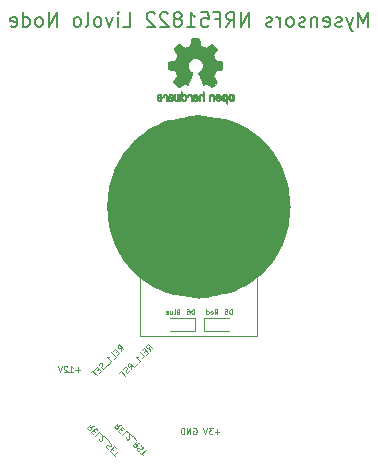
<source format=gbo>
G04 #@! TF.GenerationSoftware,KiCad,Pcbnew,no-vcs-found-d37a337~58~ubuntu16.04.1*
G04 #@! TF.CreationDate,2017-06-27T13:37:07+03:00*
G04 #@! TF.ProjectId,livolo_1_channel_1way_eu_switch,6C69766F6C6F5F315F6368616E6E656C,rev?*
G04 #@! TF.FileFunction,Legend,Bot*
G04 #@! TF.FilePolarity,Positive*
%FSLAX46Y46*%
G04 Gerber Fmt 4.6, Leading zero omitted, Abs format (unit mm)*
G04 Created by KiCad (PCBNEW no-vcs-found-d37a337~58~ubuntu16.04.1) date Tue Jun 27 13:37:07 2017*
%MOMM*%
%LPD*%
G01*
G04 APERTURE LIST*
%ADD10C,0.100000*%
%ADD11C,0.120000*%
%ADD12C,0.200000*%
%ADD13C,7.950000*%
%ADD14C,0.010000*%
%ADD15C,1.500000*%
%ADD16R,0.600000X0.800000*%
%ADD17O,1.350000X1.350000*%
%ADD18R,1.350000X1.350000*%
G04 APERTURE END LIST*
D10*
D11*
X144242857Y-111135714D02*
X143861904Y-111135714D01*
X144052380Y-111326190D02*
X144052380Y-110945238D01*
X143671428Y-110826190D02*
X143361904Y-110826190D01*
X143528571Y-111016666D01*
X143457142Y-111016666D01*
X143409523Y-111040476D01*
X143385714Y-111064285D01*
X143361904Y-111111904D01*
X143361904Y-111230952D01*
X143385714Y-111278571D01*
X143409523Y-111302380D01*
X143457142Y-111326190D01*
X143600000Y-111326190D01*
X143647619Y-111302380D01*
X143671428Y-111278571D01*
X143219047Y-110826190D02*
X143052380Y-111326190D01*
X142885714Y-110826190D01*
X135919585Y-104300295D02*
X135869078Y-104014086D01*
X136121616Y-104098265D02*
X135768062Y-103744712D01*
X135633375Y-103879399D01*
X135616539Y-103929906D01*
X135616539Y-103963578D01*
X135633375Y-104014086D01*
X135683883Y-104064593D01*
X135734391Y-104081429D01*
X135768062Y-104081429D01*
X135818570Y-104064593D01*
X135953257Y-103929906D01*
X135582868Y-104266624D02*
X135465017Y-104384475D01*
X135599704Y-104620177D02*
X135768062Y-104451818D01*
X135414509Y-104098265D01*
X135246150Y-104266624D01*
X135279822Y-104940059D02*
X135448181Y-104771700D01*
X135094627Y-104418147D01*
X134976776Y-105243104D02*
X135178807Y-105041074D01*
X135077791Y-105142089D02*
X134724238Y-104788536D01*
X134808417Y-104805372D01*
X134875761Y-104805372D01*
X134926269Y-104788536D01*
X134943104Y-105344120D02*
X134673730Y-105613494D01*
X134555879Y-105630330D02*
X134522208Y-105697673D01*
X134438028Y-105781852D01*
X134387521Y-105798688D01*
X134353849Y-105798688D01*
X134303341Y-105781852D01*
X134269669Y-105748181D01*
X134252834Y-105697673D01*
X134252834Y-105664001D01*
X134269669Y-105613494D01*
X134320177Y-105529314D01*
X134337013Y-105478807D01*
X134337013Y-105445135D01*
X134320177Y-105394627D01*
X134286505Y-105360956D01*
X134235998Y-105344120D01*
X134202326Y-105344120D01*
X134151818Y-105360956D01*
X134067639Y-105445135D01*
X134033967Y-105512478D01*
X134033967Y-105815524D02*
X133916116Y-105933375D01*
X134050803Y-106169078D02*
X134219162Y-106000719D01*
X133865608Y-105647165D01*
X133697250Y-105815524D01*
X133596234Y-105916539D02*
X133394204Y-106118570D01*
X133848773Y-106371108D02*
X133495219Y-106017555D01*
X138336421Y-104283460D02*
X138285913Y-103997250D01*
X138538452Y-104081429D02*
X138184898Y-103727876D01*
X138050211Y-103862563D01*
X138033375Y-103913070D01*
X138033375Y-103946742D01*
X138050211Y-103997250D01*
X138100719Y-104047757D01*
X138151226Y-104064593D01*
X138184898Y-104064593D01*
X138235406Y-104047757D01*
X138370093Y-103913070D01*
X137999704Y-104249788D02*
X137881852Y-104367639D01*
X138016539Y-104603341D02*
X138184898Y-104434982D01*
X137831345Y-104081429D01*
X137662986Y-104249788D01*
X137696658Y-104923223D02*
X137865017Y-104754864D01*
X137511463Y-104401311D01*
X137393612Y-105226269D02*
X137595643Y-105024238D01*
X137494627Y-105125253D02*
X137141074Y-104771700D01*
X137225253Y-104788536D01*
X137292597Y-104788536D01*
X137343104Y-104771700D01*
X137359940Y-105327284D02*
X137090566Y-105596658D01*
X136770685Y-105849196D02*
X136720177Y-105562986D01*
X136972715Y-105647165D02*
X136619162Y-105293612D01*
X136484475Y-105428299D01*
X136467639Y-105478807D01*
X136467639Y-105512478D01*
X136484475Y-105562986D01*
X136534982Y-105613494D01*
X136585490Y-105630330D01*
X136619162Y-105630330D01*
X136669669Y-105613494D01*
X136804356Y-105478807D01*
X136619162Y-105967047D02*
X136585490Y-106034391D01*
X136501311Y-106118570D01*
X136450803Y-106135406D01*
X136417131Y-106135406D01*
X136366624Y-106118570D01*
X136332952Y-106084898D01*
X136316116Y-106034391D01*
X136316116Y-106000719D01*
X136332952Y-105950211D01*
X136383460Y-105866032D01*
X136400295Y-105815524D01*
X136400295Y-105781852D01*
X136383460Y-105731345D01*
X136349788Y-105697673D01*
X136299280Y-105680837D01*
X136265608Y-105680837D01*
X136215101Y-105697673D01*
X136130921Y-105781852D01*
X136097250Y-105849196D01*
X135979399Y-105933375D02*
X135777368Y-106135406D01*
X136231937Y-106387944D02*
X135878383Y-106034391D01*
X135883460Y-110563578D02*
X135597250Y-110614086D01*
X135681429Y-110361547D02*
X135327876Y-110715101D01*
X135462563Y-110849788D01*
X135513070Y-110866624D01*
X135546742Y-110866624D01*
X135597250Y-110849788D01*
X135647757Y-110799280D01*
X135664593Y-110748773D01*
X135664593Y-110715101D01*
X135647757Y-110664593D01*
X135513070Y-110529906D01*
X135849788Y-110900295D02*
X135967639Y-111018147D01*
X136203341Y-110883460D02*
X136034982Y-110715101D01*
X135681429Y-111068654D01*
X135849788Y-111237013D01*
X136523223Y-111203341D02*
X136354864Y-111034982D01*
X136001311Y-111388536D01*
X136304356Y-111624238D02*
X136304356Y-111657910D01*
X136321192Y-111708417D01*
X136405372Y-111792597D01*
X136455879Y-111809433D01*
X136489551Y-111809433D01*
X136540059Y-111792597D01*
X136573730Y-111758925D01*
X136607402Y-111691582D01*
X136607402Y-111287521D01*
X136826269Y-111506387D01*
X136927284Y-111540059D02*
X137196658Y-111809433D01*
X137449196Y-112129314D02*
X137162986Y-112179822D01*
X137247165Y-111927284D02*
X136893612Y-112280837D01*
X137028299Y-112415524D01*
X137078807Y-112432360D01*
X137112478Y-112432360D01*
X137162986Y-112415524D01*
X137213494Y-112365017D01*
X137230330Y-112314509D01*
X137230330Y-112280837D01*
X137213494Y-112230330D01*
X137078807Y-112095643D01*
X137567047Y-112280837D02*
X137634391Y-112314509D01*
X137718570Y-112398688D01*
X137735406Y-112449196D01*
X137735406Y-112482868D01*
X137718570Y-112533375D01*
X137684898Y-112567047D01*
X137634391Y-112583883D01*
X137600719Y-112583883D01*
X137550211Y-112567047D01*
X137466032Y-112516539D01*
X137415524Y-112499704D01*
X137381852Y-112499704D01*
X137331345Y-112516539D01*
X137297673Y-112550211D01*
X137280837Y-112600719D01*
X137280837Y-112634391D01*
X137297673Y-112684898D01*
X137381852Y-112769078D01*
X137449196Y-112802749D01*
X137533375Y-112920600D02*
X137735406Y-113122631D01*
X137987944Y-112668062D02*
X137634391Y-113021616D01*
X133600295Y-110680414D02*
X133314086Y-110730921D01*
X133398265Y-110478383D02*
X133044712Y-110831937D01*
X133179399Y-110966624D01*
X133229906Y-110983460D01*
X133263578Y-110983460D01*
X133314086Y-110966624D01*
X133364593Y-110916116D01*
X133381429Y-110865608D01*
X133381429Y-110831937D01*
X133364593Y-110781429D01*
X133229906Y-110646742D01*
X133566624Y-111017131D02*
X133684475Y-111134982D01*
X133920177Y-111000295D02*
X133751818Y-110831937D01*
X133398265Y-111185490D01*
X133566624Y-111353849D01*
X134240059Y-111320177D02*
X134071700Y-111151818D01*
X133718147Y-111505372D01*
X134021192Y-111741074D02*
X134021192Y-111774746D01*
X134038028Y-111825253D01*
X134122208Y-111909433D01*
X134172715Y-111926269D01*
X134206387Y-111926269D01*
X134256895Y-111909433D01*
X134290566Y-111875761D01*
X134324238Y-111808417D01*
X134324238Y-111404356D01*
X134543104Y-111623223D01*
X134644120Y-111656895D02*
X134913494Y-111926269D01*
X134930330Y-112044120D02*
X134997673Y-112077791D01*
X135081852Y-112161971D01*
X135098688Y-112212478D01*
X135098688Y-112246150D01*
X135081852Y-112296658D01*
X135048181Y-112330330D01*
X134997673Y-112347165D01*
X134964001Y-112347165D01*
X134913494Y-112330330D01*
X134829314Y-112279822D01*
X134778807Y-112262986D01*
X134745135Y-112262986D01*
X134694627Y-112279822D01*
X134660956Y-112313494D01*
X134644120Y-112364001D01*
X134644120Y-112397673D01*
X134660956Y-112448181D01*
X134745135Y-112532360D01*
X134812478Y-112566032D01*
X135115524Y-112566032D02*
X135233375Y-112683883D01*
X135469078Y-112549196D02*
X135300719Y-112380837D01*
X134947165Y-112734391D01*
X135115524Y-112902749D01*
X135216539Y-113003765D02*
X135418570Y-113205795D01*
X135671108Y-112751226D02*
X135317555Y-113104780D01*
X142030952Y-110850000D02*
X142078571Y-110826190D01*
X142150000Y-110826190D01*
X142221428Y-110850000D01*
X142269047Y-110897619D01*
X142292857Y-110945238D01*
X142316666Y-111040476D01*
X142316666Y-111111904D01*
X142292857Y-111207142D01*
X142269047Y-111254761D01*
X142221428Y-111302380D01*
X142150000Y-111326190D01*
X142102380Y-111326190D01*
X142030952Y-111302380D01*
X142007142Y-111278571D01*
X142007142Y-111111904D01*
X142102380Y-111111904D01*
X141792857Y-111326190D02*
X141792857Y-110826190D01*
X141507142Y-111326190D01*
X141507142Y-110826190D01*
X141269047Y-111326190D02*
X141269047Y-110826190D01*
X141150000Y-110826190D01*
X141078571Y-110850000D01*
X141030952Y-110897619D01*
X141007142Y-110945238D01*
X140983333Y-111040476D01*
X140983333Y-111111904D01*
X141007142Y-111207142D01*
X141030952Y-111254761D01*
X141078571Y-111302380D01*
X141150000Y-111326190D01*
X141269047Y-111326190D01*
X132430952Y-105885714D02*
X132050000Y-105885714D01*
X132240476Y-106076190D02*
X132240476Y-105695238D01*
X131550000Y-106076190D02*
X131835714Y-106076190D01*
X131692857Y-106076190D02*
X131692857Y-105576190D01*
X131740476Y-105647619D01*
X131788095Y-105695238D01*
X131835714Y-105719047D01*
X131359523Y-105623809D02*
X131335714Y-105600000D01*
X131288095Y-105576190D01*
X131169047Y-105576190D01*
X131121428Y-105600000D01*
X131097619Y-105623809D01*
X131073809Y-105671428D01*
X131073809Y-105719047D01*
X131097619Y-105790476D01*
X131383333Y-106076190D01*
X131073809Y-106076190D01*
X130930952Y-105576190D02*
X130764285Y-106076190D01*
X130597619Y-105576190D01*
D12*
X156814285Y-76842857D02*
X156814285Y-75642857D01*
X156414285Y-76500000D01*
X156014285Y-75642857D01*
X156014285Y-76842857D01*
X155557142Y-76042857D02*
X155271428Y-76842857D01*
X154985714Y-76042857D02*
X155271428Y-76842857D01*
X155385714Y-77128571D01*
X155442857Y-77185714D01*
X155557142Y-77242857D01*
X154585714Y-76785714D02*
X154471428Y-76842857D01*
X154242857Y-76842857D01*
X154128571Y-76785714D01*
X154071428Y-76671428D01*
X154071428Y-76614285D01*
X154128571Y-76500000D01*
X154242857Y-76442857D01*
X154414285Y-76442857D01*
X154528571Y-76385714D01*
X154585714Y-76271428D01*
X154585714Y-76214285D01*
X154528571Y-76100000D01*
X154414285Y-76042857D01*
X154242857Y-76042857D01*
X154128571Y-76100000D01*
X153100000Y-76785714D02*
X153214285Y-76842857D01*
X153442857Y-76842857D01*
X153557142Y-76785714D01*
X153614285Y-76671428D01*
X153614285Y-76214285D01*
X153557142Y-76100000D01*
X153442857Y-76042857D01*
X153214285Y-76042857D01*
X153100000Y-76100000D01*
X153042857Y-76214285D01*
X153042857Y-76328571D01*
X153614285Y-76442857D01*
X152528571Y-76042857D02*
X152528571Y-76842857D01*
X152528571Y-76157142D02*
X152471428Y-76100000D01*
X152357142Y-76042857D01*
X152185714Y-76042857D01*
X152071428Y-76100000D01*
X152014285Y-76214285D01*
X152014285Y-76842857D01*
X151500000Y-76785714D02*
X151385714Y-76842857D01*
X151157142Y-76842857D01*
X151042857Y-76785714D01*
X150985714Y-76671428D01*
X150985714Y-76614285D01*
X151042857Y-76500000D01*
X151157142Y-76442857D01*
X151328571Y-76442857D01*
X151442857Y-76385714D01*
X151500000Y-76271428D01*
X151500000Y-76214285D01*
X151442857Y-76100000D01*
X151328571Y-76042857D01*
X151157142Y-76042857D01*
X151042857Y-76100000D01*
X150300000Y-76842857D02*
X150414285Y-76785714D01*
X150471428Y-76728571D01*
X150528571Y-76614285D01*
X150528571Y-76271428D01*
X150471428Y-76157142D01*
X150414285Y-76100000D01*
X150300000Y-76042857D01*
X150128571Y-76042857D01*
X150014285Y-76100000D01*
X149957142Y-76157142D01*
X149900000Y-76271428D01*
X149900000Y-76614285D01*
X149957142Y-76728571D01*
X150014285Y-76785714D01*
X150128571Y-76842857D01*
X150300000Y-76842857D01*
X149385714Y-76842857D02*
X149385714Y-76042857D01*
X149385714Y-76271428D02*
X149328571Y-76157142D01*
X149271428Y-76100000D01*
X149157142Y-76042857D01*
X149042857Y-76042857D01*
X148700000Y-76785714D02*
X148585714Y-76842857D01*
X148357142Y-76842857D01*
X148242857Y-76785714D01*
X148185714Y-76671428D01*
X148185714Y-76614285D01*
X148242857Y-76500000D01*
X148357142Y-76442857D01*
X148528571Y-76442857D01*
X148642857Y-76385714D01*
X148700000Y-76271428D01*
X148700000Y-76214285D01*
X148642857Y-76100000D01*
X148528571Y-76042857D01*
X148357142Y-76042857D01*
X148242857Y-76100000D01*
X146757142Y-76842857D02*
X146757142Y-75642857D01*
X146071428Y-76842857D01*
X146071428Y-75642857D01*
X144814285Y-76842857D02*
X145214285Y-76271428D01*
X145500000Y-76842857D02*
X145500000Y-75642857D01*
X145042857Y-75642857D01*
X144928571Y-75700000D01*
X144871428Y-75757142D01*
X144814285Y-75871428D01*
X144814285Y-76042857D01*
X144871428Y-76157142D01*
X144928571Y-76214285D01*
X145042857Y-76271428D01*
X145500000Y-76271428D01*
X143900000Y-76214285D02*
X144300000Y-76214285D01*
X144300000Y-76842857D02*
X144300000Y-75642857D01*
X143728571Y-75642857D01*
X142700000Y-75642857D02*
X143271428Y-75642857D01*
X143328571Y-76214285D01*
X143271428Y-76157142D01*
X143157142Y-76100000D01*
X142871428Y-76100000D01*
X142757142Y-76157142D01*
X142700000Y-76214285D01*
X142642857Y-76328571D01*
X142642857Y-76614285D01*
X142700000Y-76728571D01*
X142757142Y-76785714D01*
X142871428Y-76842857D01*
X143157142Y-76842857D01*
X143271428Y-76785714D01*
X143328571Y-76728571D01*
X141500000Y-76842857D02*
X142185714Y-76842857D01*
X141842857Y-76842857D02*
X141842857Y-75642857D01*
X141957142Y-75814285D01*
X142071428Y-75928571D01*
X142185714Y-75985714D01*
X140814285Y-76157142D02*
X140928571Y-76100000D01*
X140985714Y-76042857D01*
X141042857Y-75928571D01*
X141042857Y-75871428D01*
X140985714Y-75757142D01*
X140928571Y-75700000D01*
X140814285Y-75642857D01*
X140585714Y-75642857D01*
X140471428Y-75700000D01*
X140414285Y-75757142D01*
X140357142Y-75871428D01*
X140357142Y-75928571D01*
X140414285Y-76042857D01*
X140471428Y-76100000D01*
X140585714Y-76157142D01*
X140814285Y-76157142D01*
X140928571Y-76214285D01*
X140985714Y-76271428D01*
X141042857Y-76385714D01*
X141042857Y-76614285D01*
X140985714Y-76728571D01*
X140928571Y-76785714D01*
X140814285Y-76842857D01*
X140585714Y-76842857D01*
X140471428Y-76785714D01*
X140414285Y-76728571D01*
X140357142Y-76614285D01*
X140357142Y-76385714D01*
X140414285Y-76271428D01*
X140471428Y-76214285D01*
X140585714Y-76157142D01*
X139900000Y-75757142D02*
X139842857Y-75700000D01*
X139728571Y-75642857D01*
X139442857Y-75642857D01*
X139328571Y-75700000D01*
X139271428Y-75757142D01*
X139214285Y-75871428D01*
X139214285Y-75985714D01*
X139271428Y-76157142D01*
X139957142Y-76842857D01*
X139214285Y-76842857D01*
X138757142Y-75757142D02*
X138700000Y-75700000D01*
X138585714Y-75642857D01*
X138300000Y-75642857D01*
X138185714Y-75700000D01*
X138128571Y-75757142D01*
X138071428Y-75871428D01*
X138071428Y-75985714D01*
X138128571Y-76157142D01*
X138814285Y-76842857D01*
X138071428Y-76842857D01*
X136071428Y-76842857D02*
X136642857Y-76842857D01*
X136642857Y-75642857D01*
X135671428Y-76842857D02*
X135671428Y-76042857D01*
X135671428Y-75642857D02*
X135728571Y-75700000D01*
X135671428Y-75757142D01*
X135614285Y-75700000D01*
X135671428Y-75642857D01*
X135671428Y-75757142D01*
X135214285Y-76042857D02*
X134928571Y-76842857D01*
X134642857Y-76042857D01*
X134014285Y-76842857D02*
X134128571Y-76785714D01*
X134185714Y-76728571D01*
X134242857Y-76614285D01*
X134242857Y-76271428D01*
X134185714Y-76157142D01*
X134128571Y-76100000D01*
X134014285Y-76042857D01*
X133842857Y-76042857D01*
X133728571Y-76100000D01*
X133671428Y-76157142D01*
X133614285Y-76271428D01*
X133614285Y-76614285D01*
X133671428Y-76728571D01*
X133728571Y-76785714D01*
X133842857Y-76842857D01*
X134014285Y-76842857D01*
X132928571Y-76842857D02*
X133042857Y-76785714D01*
X133100000Y-76671428D01*
X133100000Y-75642857D01*
X132300000Y-76842857D02*
X132414285Y-76785714D01*
X132471428Y-76728571D01*
X132528571Y-76614285D01*
X132528571Y-76271428D01*
X132471428Y-76157142D01*
X132414285Y-76100000D01*
X132300000Y-76042857D01*
X132128571Y-76042857D01*
X132014285Y-76100000D01*
X131957142Y-76157142D01*
X131900000Y-76271428D01*
X131900000Y-76614285D01*
X131957142Y-76728571D01*
X132014285Y-76785714D01*
X132128571Y-76842857D01*
X132300000Y-76842857D01*
X130471428Y-76842857D02*
X130471428Y-75642857D01*
X129785714Y-76842857D01*
X129785714Y-75642857D01*
X129042857Y-76842857D02*
X129157142Y-76785714D01*
X129214285Y-76728571D01*
X129271428Y-76614285D01*
X129271428Y-76271428D01*
X129214285Y-76157142D01*
X129157142Y-76100000D01*
X129042857Y-76042857D01*
X128871428Y-76042857D01*
X128757142Y-76100000D01*
X128700000Y-76157142D01*
X128642857Y-76271428D01*
X128642857Y-76614285D01*
X128700000Y-76728571D01*
X128757142Y-76785714D01*
X128871428Y-76842857D01*
X129042857Y-76842857D01*
X127614285Y-76842857D02*
X127614285Y-75642857D01*
X127614285Y-76785714D02*
X127728571Y-76842857D01*
X127957142Y-76842857D01*
X128071428Y-76785714D01*
X128128571Y-76728571D01*
X128185714Y-76614285D01*
X128185714Y-76271428D01*
X128128571Y-76157142D01*
X128071428Y-76100000D01*
X127957142Y-76042857D01*
X127728571Y-76042857D01*
X127614285Y-76100000D01*
X126585714Y-76785714D02*
X126700000Y-76842857D01*
X126928571Y-76842857D01*
X127042857Y-76785714D01*
X127100000Y-76671428D01*
X127100000Y-76214285D01*
X127042857Y-76100000D01*
X126928571Y-76042857D01*
X126700000Y-76042857D01*
X126585714Y-76100000D01*
X126528571Y-76214285D01*
X126528571Y-76328571D01*
X127100000Y-76442857D01*
D10*
X150117148Y-92109512D02*
G75*
G03X150117148Y-92109512I-7647872J0D01*
G01*
X137495200Y-103030002D02*
X137495200Y-97974511D01*
X147395160Y-103030002D02*
X147395160Y-97974511D01*
X137499994Y-103032020D02*
X147390000Y-103032020D01*
D13*
X146290119Y-92100000D02*
G75*
G03X146290119Y-92100000I-3790119J0D01*
G01*
D14*
G36*
X144600256Y-82519918D02*
X144544799Y-82547568D01*
X144495852Y-82598480D01*
X144482371Y-82617338D01*
X144467686Y-82642015D01*
X144458158Y-82668816D01*
X144452707Y-82704587D01*
X144450253Y-82756169D01*
X144449714Y-82824267D01*
X144452148Y-82917588D01*
X144460606Y-82987657D01*
X144476826Y-83039931D01*
X144502546Y-83079869D01*
X144539503Y-83112929D01*
X144542218Y-83114886D01*
X144578640Y-83134908D01*
X144622498Y-83144815D01*
X144678276Y-83147257D01*
X144768952Y-83147257D01*
X144768990Y-83235283D01*
X144769834Y-83284308D01*
X144774976Y-83313065D01*
X144788413Y-83330311D01*
X144814142Y-83344808D01*
X144820321Y-83347769D01*
X144849236Y-83361648D01*
X144871624Y-83370414D01*
X144888271Y-83371171D01*
X144899964Y-83361023D01*
X144907490Y-83337073D01*
X144911634Y-83296426D01*
X144913185Y-83236186D01*
X144912929Y-83153455D01*
X144911651Y-83045339D01*
X144911252Y-83013000D01*
X144909815Y-82901524D01*
X144908528Y-82828603D01*
X144769029Y-82828603D01*
X144768245Y-82890499D01*
X144764760Y-82930997D01*
X144756876Y-82957708D01*
X144742895Y-82978244D01*
X144733403Y-82988260D01*
X144694596Y-83017567D01*
X144660237Y-83019952D01*
X144624784Y-82995750D01*
X144623886Y-82994857D01*
X144609461Y-82976153D01*
X144600687Y-82950732D01*
X144596261Y-82911584D01*
X144594882Y-82851697D01*
X144594857Y-82838430D01*
X144598188Y-82755901D01*
X144609031Y-82698691D01*
X144628660Y-82663766D01*
X144658350Y-82648094D01*
X144675509Y-82646514D01*
X144716234Y-82653926D01*
X144744168Y-82678330D01*
X144760983Y-82722980D01*
X144768350Y-82791130D01*
X144769029Y-82828603D01*
X144908528Y-82828603D01*
X144908292Y-82815245D01*
X144906323Y-82750333D01*
X144903550Y-82702958D01*
X144899612Y-82669290D01*
X144894151Y-82645498D01*
X144886808Y-82627753D01*
X144877223Y-82612224D01*
X144873113Y-82606381D01*
X144818595Y-82551185D01*
X144749664Y-82519890D01*
X144669928Y-82511165D01*
X144600256Y-82519918D01*
X144600256Y-82519918D01*
G37*
X144600256Y-82519918D02*
X144544799Y-82547568D01*
X144495852Y-82598480D01*
X144482371Y-82617338D01*
X144467686Y-82642015D01*
X144458158Y-82668816D01*
X144452707Y-82704587D01*
X144450253Y-82756169D01*
X144449714Y-82824267D01*
X144452148Y-82917588D01*
X144460606Y-82987657D01*
X144476826Y-83039931D01*
X144502546Y-83079869D01*
X144539503Y-83112929D01*
X144542218Y-83114886D01*
X144578640Y-83134908D01*
X144622498Y-83144815D01*
X144678276Y-83147257D01*
X144768952Y-83147257D01*
X144768990Y-83235283D01*
X144769834Y-83284308D01*
X144774976Y-83313065D01*
X144788413Y-83330311D01*
X144814142Y-83344808D01*
X144820321Y-83347769D01*
X144849236Y-83361648D01*
X144871624Y-83370414D01*
X144888271Y-83371171D01*
X144899964Y-83361023D01*
X144907490Y-83337073D01*
X144911634Y-83296426D01*
X144913185Y-83236186D01*
X144912929Y-83153455D01*
X144911651Y-83045339D01*
X144911252Y-83013000D01*
X144909815Y-82901524D01*
X144908528Y-82828603D01*
X144769029Y-82828603D01*
X144768245Y-82890499D01*
X144764760Y-82930997D01*
X144756876Y-82957708D01*
X144742895Y-82978244D01*
X144733403Y-82988260D01*
X144694596Y-83017567D01*
X144660237Y-83019952D01*
X144624784Y-82995750D01*
X144623886Y-82994857D01*
X144609461Y-82976153D01*
X144600687Y-82950732D01*
X144596261Y-82911584D01*
X144594882Y-82851697D01*
X144594857Y-82838430D01*
X144598188Y-82755901D01*
X144609031Y-82698691D01*
X144628660Y-82663766D01*
X144658350Y-82648094D01*
X144675509Y-82646514D01*
X144716234Y-82653926D01*
X144744168Y-82678330D01*
X144760983Y-82722980D01*
X144768350Y-82791130D01*
X144769029Y-82828603D01*
X144908528Y-82828603D01*
X144908292Y-82815245D01*
X144906323Y-82750333D01*
X144903550Y-82702958D01*
X144899612Y-82669290D01*
X144894151Y-82645498D01*
X144886808Y-82627753D01*
X144877223Y-82612224D01*
X144873113Y-82606381D01*
X144818595Y-82551185D01*
X144749664Y-82519890D01*
X144669928Y-82511165D01*
X144600256Y-82519918D01*
G36*
X143483907Y-82527780D02*
X143437328Y-82554723D01*
X143404943Y-82581466D01*
X143381258Y-82609484D01*
X143364941Y-82643748D01*
X143354661Y-82689227D01*
X143349086Y-82750892D01*
X143346884Y-82833711D01*
X143346629Y-82893246D01*
X143346629Y-83112391D01*
X143408314Y-83140044D01*
X143470000Y-83167697D01*
X143477257Y-82927670D01*
X143480256Y-82838028D01*
X143483402Y-82772962D01*
X143487299Y-82728026D01*
X143492553Y-82698770D01*
X143499769Y-82680748D01*
X143509550Y-82669511D01*
X143512688Y-82667079D01*
X143560239Y-82648083D01*
X143608303Y-82655600D01*
X143636914Y-82675543D01*
X143648553Y-82689675D01*
X143656609Y-82708220D01*
X143661729Y-82736334D01*
X143664559Y-82779173D01*
X143665744Y-82841895D01*
X143665943Y-82907261D01*
X143665982Y-82989268D01*
X143667386Y-83047316D01*
X143672086Y-83086465D01*
X143682013Y-83111780D01*
X143699097Y-83128323D01*
X143725268Y-83141156D01*
X143760225Y-83154491D01*
X143798404Y-83169007D01*
X143793859Y-82911389D01*
X143792029Y-82818519D01*
X143789888Y-82749889D01*
X143786819Y-82700711D01*
X143782206Y-82666198D01*
X143775432Y-82641562D01*
X143765881Y-82622016D01*
X143754366Y-82604770D01*
X143698810Y-82549680D01*
X143631020Y-82517822D01*
X143557287Y-82510191D01*
X143483907Y-82527780D01*
X143483907Y-82527780D01*
G37*
X143483907Y-82527780D02*
X143437328Y-82554723D01*
X143404943Y-82581466D01*
X143381258Y-82609484D01*
X143364941Y-82643748D01*
X143354661Y-82689227D01*
X143349086Y-82750892D01*
X143346884Y-82833711D01*
X143346629Y-82893246D01*
X143346629Y-83112391D01*
X143408314Y-83140044D01*
X143470000Y-83167697D01*
X143477257Y-82927670D01*
X143480256Y-82838028D01*
X143483402Y-82772962D01*
X143487299Y-82728026D01*
X143492553Y-82698770D01*
X143499769Y-82680748D01*
X143509550Y-82669511D01*
X143512688Y-82667079D01*
X143560239Y-82648083D01*
X143608303Y-82655600D01*
X143636914Y-82675543D01*
X143648553Y-82689675D01*
X143656609Y-82708220D01*
X143661729Y-82736334D01*
X143664559Y-82779173D01*
X143665744Y-82841895D01*
X143665943Y-82907261D01*
X143665982Y-82989268D01*
X143667386Y-83047316D01*
X143672086Y-83086465D01*
X143682013Y-83111780D01*
X143699097Y-83128323D01*
X143725268Y-83141156D01*
X143760225Y-83154491D01*
X143798404Y-83169007D01*
X143793859Y-82911389D01*
X143792029Y-82818519D01*
X143789888Y-82749889D01*
X143786819Y-82700711D01*
X143782206Y-82666198D01*
X143775432Y-82641562D01*
X143765881Y-82622016D01*
X143754366Y-82604770D01*
X143698810Y-82549680D01*
X143631020Y-82517822D01*
X143557287Y-82510191D01*
X143483907Y-82527780D01*
G36*
X145158885Y-82521962D02*
X145090855Y-82557733D01*
X145040649Y-82615301D01*
X145022815Y-82652312D01*
X145008937Y-82707882D01*
X145001833Y-82778096D01*
X145001160Y-82854727D01*
X145006573Y-82929552D01*
X145017730Y-82994342D01*
X145034286Y-83040873D01*
X145039374Y-83048887D01*
X145099645Y-83108707D01*
X145171231Y-83144535D01*
X145248908Y-83155020D01*
X145327452Y-83138810D01*
X145349311Y-83129092D01*
X145391878Y-83099143D01*
X145429237Y-83059433D01*
X145432768Y-83054397D01*
X145447119Y-83030124D01*
X145456606Y-83004178D01*
X145462210Y-82970022D01*
X145464914Y-82921119D01*
X145465701Y-82850935D01*
X145465714Y-82835200D01*
X145465678Y-82830192D01*
X145320571Y-82830192D01*
X145319727Y-82896430D01*
X145316404Y-82940386D01*
X145309417Y-82968779D01*
X145297584Y-82988325D01*
X145291543Y-82994857D01*
X145256814Y-83019680D01*
X145223097Y-83018548D01*
X145189005Y-82997016D01*
X145168671Y-82974029D01*
X145156629Y-82940478D01*
X145149866Y-82887569D01*
X145149402Y-82881399D01*
X145148248Y-82785513D01*
X145160312Y-82714299D01*
X145185430Y-82668194D01*
X145223440Y-82647635D01*
X145237008Y-82646514D01*
X145272636Y-82652152D01*
X145297006Y-82671686D01*
X145311907Y-82709042D01*
X145319125Y-82768150D01*
X145320571Y-82830192D01*
X145465678Y-82830192D01*
X145465174Y-82760413D01*
X145462904Y-82708159D01*
X145457932Y-82671949D01*
X145449287Y-82645299D01*
X145435995Y-82621722D01*
X145433057Y-82617338D01*
X145383687Y-82558249D01*
X145329891Y-82523947D01*
X145264398Y-82510331D01*
X145242158Y-82509665D01*
X145158885Y-82521962D01*
X145158885Y-82521962D01*
G37*
X145158885Y-82521962D02*
X145090855Y-82557733D01*
X145040649Y-82615301D01*
X145022815Y-82652312D01*
X145008937Y-82707882D01*
X145001833Y-82778096D01*
X145001160Y-82854727D01*
X145006573Y-82929552D01*
X145017730Y-82994342D01*
X145034286Y-83040873D01*
X145039374Y-83048887D01*
X145099645Y-83108707D01*
X145171231Y-83144535D01*
X145248908Y-83155020D01*
X145327452Y-83138810D01*
X145349311Y-83129092D01*
X145391878Y-83099143D01*
X145429237Y-83059433D01*
X145432768Y-83054397D01*
X145447119Y-83030124D01*
X145456606Y-83004178D01*
X145462210Y-82970022D01*
X145464914Y-82921119D01*
X145465701Y-82850935D01*
X145465714Y-82835200D01*
X145465678Y-82830192D01*
X145320571Y-82830192D01*
X145319727Y-82896430D01*
X145316404Y-82940386D01*
X145309417Y-82968779D01*
X145297584Y-82988325D01*
X145291543Y-82994857D01*
X145256814Y-83019680D01*
X145223097Y-83018548D01*
X145189005Y-82997016D01*
X145168671Y-82974029D01*
X145156629Y-82940478D01*
X145149866Y-82887569D01*
X145149402Y-82881399D01*
X145148248Y-82785513D01*
X145160312Y-82714299D01*
X145185430Y-82668194D01*
X145223440Y-82647635D01*
X145237008Y-82646514D01*
X145272636Y-82652152D01*
X145297006Y-82671686D01*
X145311907Y-82709042D01*
X145319125Y-82768150D01*
X145320571Y-82830192D01*
X145465678Y-82830192D01*
X145465174Y-82760413D01*
X145462904Y-82708159D01*
X145457932Y-82671949D01*
X145449287Y-82645299D01*
X145435995Y-82621722D01*
X145433057Y-82617338D01*
X145383687Y-82558249D01*
X145329891Y-82523947D01*
X145264398Y-82510331D01*
X145242158Y-82509665D01*
X145158885Y-82521962D01*
G36*
X144031697Y-82531239D02*
X143974473Y-82569735D01*
X143930251Y-82625335D01*
X143903833Y-82696086D01*
X143898490Y-82748162D01*
X143899097Y-82769893D01*
X143904178Y-82786531D01*
X143918145Y-82801437D01*
X143945411Y-82817973D01*
X143990388Y-82839498D01*
X144057489Y-82869374D01*
X144057829Y-82869524D01*
X144119593Y-82897813D01*
X144170241Y-82922933D01*
X144204596Y-82942179D01*
X144217482Y-82952848D01*
X144217486Y-82952934D01*
X144206128Y-82976166D01*
X144179569Y-83001774D01*
X144149077Y-83020221D01*
X144133630Y-83023886D01*
X144091485Y-83011212D01*
X144055192Y-82979471D01*
X144037483Y-82944572D01*
X144020448Y-82918845D01*
X143987078Y-82889546D01*
X143947851Y-82864235D01*
X143913244Y-82850471D01*
X143906007Y-82849714D01*
X143897861Y-82862160D01*
X143897370Y-82893972D01*
X143903357Y-82936866D01*
X143914643Y-82982558D01*
X143930050Y-83022761D01*
X143930829Y-83024322D01*
X143977196Y-83089062D01*
X144037289Y-83133097D01*
X144105535Y-83154711D01*
X144176362Y-83152185D01*
X144244196Y-83123804D01*
X144247212Y-83121808D01*
X144300573Y-83073448D01*
X144335660Y-83010352D01*
X144355078Y-82927387D01*
X144357684Y-82904078D01*
X144362299Y-82794055D01*
X144356767Y-82742748D01*
X144217486Y-82742748D01*
X144215676Y-82774753D01*
X144205778Y-82784093D01*
X144181102Y-82777105D01*
X144142205Y-82760587D01*
X144098725Y-82739881D01*
X144097644Y-82739333D01*
X144060791Y-82719949D01*
X144046000Y-82707013D01*
X144049647Y-82693451D01*
X144065005Y-82675632D01*
X144104077Y-82649845D01*
X144146154Y-82647950D01*
X144183897Y-82666717D01*
X144209966Y-82702915D01*
X144217486Y-82742748D01*
X144356767Y-82742748D01*
X144352806Y-82706027D01*
X144328450Y-82636212D01*
X144294544Y-82587302D01*
X144233347Y-82537878D01*
X144165937Y-82513359D01*
X144097120Y-82511797D01*
X144031697Y-82531239D01*
X144031697Y-82531239D01*
G37*
X144031697Y-82531239D02*
X143974473Y-82569735D01*
X143930251Y-82625335D01*
X143903833Y-82696086D01*
X143898490Y-82748162D01*
X143899097Y-82769893D01*
X143904178Y-82786531D01*
X143918145Y-82801437D01*
X143945411Y-82817973D01*
X143990388Y-82839498D01*
X144057489Y-82869374D01*
X144057829Y-82869524D01*
X144119593Y-82897813D01*
X144170241Y-82922933D01*
X144204596Y-82942179D01*
X144217482Y-82952848D01*
X144217486Y-82952934D01*
X144206128Y-82976166D01*
X144179569Y-83001774D01*
X144149077Y-83020221D01*
X144133630Y-83023886D01*
X144091485Y-83011212D01*
X144055192Y-82979471D01*
X144037483Y-82944572D01*
X144020448Y-82918845D01*
X143987078Y-82889546D01*
X143947851Y-82864235D01*
X143913244Y-82850471D01*
X143906007Y-82849714D01*
X143897861Y-82862160D01*
X143897370Y-82893972D01*
X143903357Y-82936866D01*
X143914643Y-82982558D01*
X143930050Y-83022761D01*
X143930829Y-83024322D01*
X143977196Y-83089062D01*
X144037289Y-83133097D01*
X144105535Y-83154711D01*
X144176362Y-83152185D01*
X144244196Y-83123804D01*
X144247212Y-83121808D01*
X144300573Y-83073448D01*
X144335660Y-83010352D01*
X144355078Y-82927387D01*
X144357684Y-82904078D01*
X144362299Y-82794055D01*
X144356767Y-82742748D01*
X144217486Y-82742748D01*
X144215676Y-82774753D01*
X144205778Y-82784093D01*
X144181102Y-82777105D01*
X144142205Y-82760587D01*
X144098725Y-82739881D01*
X144097644Y-82739333D01*
X144060791Y-82719949D01*
X144046000Y-82707013D01*
X144049647Y-82693451D01*
X144065005Y-82675632D01*
X144104077Y-82649845D01*
X144146154Y-82647950D01*
X144183897Y-82666717D01*
X144209966Y-82702915D01*
X144217486Y-82742748D01*
X144356767Y-82742748D01*
X144352806Y-82706027D01*
X144328450Y-82636212D01*
X144294544Y-82587302D01*
X144233347Y-82537878D01*
X144165937Y-82513359D01*
X144097120Y-82511797D01*
X144031697Y-82531239D01*
G36*
X142824114Y-82451289D02*
X142819861Y-82510613D01*
X142814975Y-82545572D01*
X142808205Y-82560820D01*
X142798298Y-82561015D01*
X142795086Y-82559195D01*
X142752356Y-82546015D01*
X142696773Y-82546785D01*
X142640263Y-82560333D01*
X142604918Y-82577861D01*
X142568679Y-82605861D01*
X142542187Y-82637549D01*
X142524001Y-82677813D01*
X142512678Y-82731543D01*
X142506778Y-82803626D01*
X142504857Y-82898951D01*
X142504823Y-82917237D01*
X142504800Y-83122646D01*
X142550509Y-83138580D01*
X142582973Y-83149420D01*
X142600785Y-83154468D01*
X142601309Y-83154514D01*
X142603063Y-83140828D01*
X142604556Y-83103076D01*
X142605674Y-83046224D01*
X142606303Y-82975234D01*
X142606400Y-82932073D01*
X142606602Y-82846973D01*
X142607642Y-82785981D01*
X142610169Y-82744177D01*
X142614836Y-82716642D01*
X142622293Y-82698456D01*
X142633189Y-82684698D01*
X142639993Y-82678073D01*
X142686728Y-82651375D01*
X142737728Y-82649375D01*
X142783999Y-82671955D01*
X142792556Y-82680107D01*
X142805107Y-82695436D01*
X142813812Y-82713618D01*
X142819369Y-82739909D01*
X142822474Y-82779562D01*
X142823824Y-82837832D01*
X142824114Y-82918173D01*
X142824114Y-83122646D01*
X142869823Y-83138580D01*
X142902287Y-83149420D01*
X142920099Y-83154468D01*
X142920623Y-83154514D01*
X142921963Y-83140623D01*
X142923172Y-83101439D01*
X142924199Y-83040700D01*
X142924998Y-82962141D01*
X142925519Y-82869498D01*
X142925714Y-82766509D01*
X142925714Y-82369342D01*
X142878543Y-82349444D01*
X142831371Y-82329547D01*
X142824114Y-82451289D01*
X142824114Y-82451289D01*
G37*
X142824114Y-82451289D02*
X142819861Y-82510613D01*
X142814975Y-82545572D01*
X142808205Y-82560820D01*
X142798298Y-82561015D01*
X142795086Y-82559195D01*
X142752356Y-82546015D01*
X142696773Y-82546785D01*
X142640263Y-82560333D01*
X142604918Y-82577861D01*
X142568679Y-82605861D01*
X142542187Y-82637549D01*
X142524001Y-82677813D01*
X142512678Y-82731543D01*
X142506778Y-82803626D01*
X142504857Y-82898951D01*
X142504823Y-82917237D01*
X142504800Y-83122646D01*
X142550509Y-83138580D01*
X142582973Y-83149420D01*
X142600785Y-83154468D01*
X142601309Y-83154514D01*
X142603063Y-83140828D01*
X142604556Y-83103076D01*
X142605674Y-83046224D01*
X142606303Y-82975234D01*
X142606400Y-82932073D01*
X142606602Y-82846973D01*
X142607642Y-82785981D01*
X142610169Y-82744177D01*
X142614836Y-82716642D01*
X142622293Y-82698456D01*
X142633189Y-82684698D01*
X142639993Y-82678073D01*
X142686728Y-82651375D01*
X142737728Y-82649375D01*
X142783999Y-82671955D01*
X142792556Y-82680107D01*
X142805107Y-82695436D01*
X142813812Y-82713618D01*
X142819369Y-82739909D01*
X142822474Y-82779562D01*
X142823824Y-82837832D01*
X142824114Y-82918173D01*
X142824114Y-83122646D01*
X142869823Y-83138580D01*
X142902287Y-83149420D01*
X142920099Y-83154468D01*
X142920623Y-83154514D01*
X142921963Y-83140623D01*
X142923172Y-83101439D01*
X142924199Y-83040700D01*
X142924998Y-82962141D01*
X142925519Y-82869498D01*
X142925714Y-82766509D01*
X142925714Y-82369342D01*
X142878543Y-82349444D01*
X142831371Y-82329547D01*
X142824114Y-82451289D01*
G36*
X142160256Y-82550968D02*
X142103384Y-82572087D01*
X142102733Y-82572493D01*
X142067560Y-82598380D01*
X142041593Y-82628633D01*
X142023330Y-82668058D01*
X142011268Y-82721462D01*
X142003904Y-82793651D01*
X141999736Y-82889432D01*
X141999371Y-82903078D01*
X141994124Y-83108842D01*
X142038284Y-83131678D01*
X142070237Y-83147110D01*
X142089530Y-83154423D01*
X142090422Y-83154514D01*
X142093761Y-83141022D01*
X142096413Y-83104626D01*
X142098044Y-83051452D01*
X142098400Y-83008393D01*
X142098408Y-82938641D01*
X142101597Y-82894837D01*
X142112712Y-82873944D01*
X142136499Y-82872925D01*
X142177704Y-82888741D01*
X142239914Y-82917815D01*
X142285659Y-82941963D01*
X142309187Y-82962913D01*
X142316104Y-82985747D01*
X142316114Y-82986877D01*
X142304701Y-83026212D01*
X142270908Y-83047462D01*
X142219191Y-83050539D01*
X142181939Y-83050006D01*
X142162297Y-83060735D01*
X142150048Y-83086505D01*
X142142998Y-83119337D01*
X142153158Y-83137966D01*
X142156983Y-83140632D01*
X142192999Y-83151340D01*
X142243434Y-83152856D01*
X142295374Y-83145759D01*
X142332178Y-83132788D01*
X142383062Y-83089585D01*
X142411986Y-83029446D01*
X142417714Y-82982462D01*
X142413343Y-82940082D01*
X142397525Y-82905488D01*
X142366203Y-82874763D01*
X142315322Y-82843990D01*
X142240824Y-82809252D01*
X142236286Y-82807288D01*
X142169179Y-82776287D01*
X142127768Y-82750862D01*
X142110019Y-82728014D01*
X142113893Y-82704745D01*
X142137357Y-82678056D01*
X142144373Y-82671914D01*
X142191370Y-82648100D01*
X142240067Y-82649103D01*
X142282478Y-82672451D01*
X142310616Y-82715675D01*
X142313231Y-82724160D01*
X142338692Y-82765308D01*
X142370999Y-82785128D01*
X142417714Y-82804770D01*
X142417714Y-82753950D01*
X142403504Y-82680082D01*
X142361325Y-82612327D01*
X142339376Y-82589661D01*
X142289483Y-82560569D01*
X142226033Y-82547400D01*
X142160256Y-82550968D01*
X142160256Y-82550968D01*
G37*
X142160256Y-82550968D02*
X142103384Y-82572087D01*
X142102733Y-82572493D01*
X142067560Y-82598380D01*
X142041593Y-82628633D01*
X142023330Y-82668058D01*
X142011268Y-82721462D01*
X142003904Y-82793651D01*
X141999736Y-82889432D01*
X141999371Y-82903078D01*
X141994124Y-83108842D01*
X142038284Y-83131678D01*
X142070237Y-83147110D01*
X142089530Y-83154423D01*
X142090422Y-83154514D01*
X142093761Y-83141022D01*
X142096413Y-83104626D01*
X142098044Y-83051452D01*
X142098400Y-83008393D01*
X142098408Y-82938641D01*
X142101597Y-82894837D01*
X142112712Y-82873944D01*
X142136499Y-82872925D01*
X142177704Y-82888741D01*
X142239914Y-82917815D01*
X142285659Y-82941963D01*
X142309187Y-82962913D01*
X142316104Y-82985747D01*
X142316114Y-82986877D01*
X142304701Y-83026212D01*
X142270908Y-83047462D01*
X142219191Y-83050539D01*
X142181939Y-83050006D01*
X142162297Y-83060735D01*
X142150048Y-83086505D01*
X142142998Y-83119337D01*
X142153158Y-83137966D01*
X142156983Y-83140632D01*
X142192999Y-83151340D01*
X142243434Y-83152856D01*
X142295374Y-83145759D01*
X142332178Y-83132788D01*
X142383062Y-83089585D01*
X142411986Y-83029446D01*
X142417714Y-82982462D01*
X142413343Y-82940082D01*
X142397525Y-82905488D01*
X142366203Y-82874763D01*
X142315322Y-82843990D01*
X142240824Y-82809252D01*
X142236286Y-82807288D01*
X142169179Y-82776287D01*
X142127768Y-82750862D01*
X142110019Y-82728014D01*
X142113893Y-82704745D01*
X142137357Y-82678056D01*
X142144373Y-82671914D01*
X142191370Y-82648100D01*
X142240067Y-82649103D01*
X142282478Y-82672451D01*
X142310616Y-82715675D01*
X142313231Y-82724160D01*
X142338692Y-82765308D01*
X142370999Y-82785128D01*
X142417714Y-82804770D01*
X142417714Y-82753950D01*
X142403504Y-82680082D01*
X142361325Y-82612327D01*
X142339376Y-82589661D01*
X142289483Y-82560569D01*
X142226033Y-82547400D01*
X142160256Y-82550968D01*
G36*
X141670074Y-82549755D02*
X141604142Y-82574084D01*
X141550727Y-82617117D01*
X141529836Y-82647409D01*
X141507061Y-82702994D01*
X141507534Y-82743186D01*
X141531438Y-82770217D01*
X141540283Y-82774813D01*
X141578470Y-82789144D01*
X141597972Y-82785472D01*
X141604578Y-82761407D01*
X141604914Y-82748114D01*
X141617008Y-82699210D01*
X141648529Y-82664999D01*
X141692341Y-82648476D01*
X141741305Y-82652634D01*
X141781106Y-82674227D01*
X141794550Y-82686544D01*
X141804079Y-82701487D01*
X141810515Y-82724075D01*
X141814683Y-82759328D01*
X141817403Y-82812266D01*
X141819498Y-82887907D01*
X141820040Y-82911857D01*
X141822019Y-82993790D01*
X141824269Y-83051455D01*
X141827643Y-83089608D01*
X141832994Y-83113004D01*
X141841176Y-83126398D01*
X141853041Y-83134545D01*
X141860638Y-83138144D01*
X141892898Y-83150452D01*
X141911889Y-83154514D01*
X141918164Y-83140948D01*
X141921994Y-83099934D01*
X141923400Y-83030999D01*
X141922402Y-82933669D01*
X141922092Y-82918657D01*
X141919899Y-82829859D01*
X141917307Y-82765019D01*
X141913618Y-82719067D01*
X141908136Y-82686935D01*
X141900165Y-82663553D01*
X141889007Y-82643852D01*
X141883170Y-82635410D01*
X141849704Y-82598057D01*
X141812273Y-82569003D01*
X141807691Y-82566467D01*
X141740574Y-82546443D01*
X141670074Y-82549755D01*
X141670074Y-82549755D01*
G37*
X141670074Y-82549755D02*
X141604142Y-82574084D01*
X141550727Y-82617117D01*
X141529836Y-82647409D01*
X141507061Y-82702994D01*
X141507534Y-82743186D01*
X141531438Y-82770217D01*
X141540283Y-82774813D01*
X141578470Y-82789144D01*
X141597972Y-82785472D01*
X141604578Y-82761407D01*
X141604914Y-82748114D01*
X141617008Y-82699210D01*
X141648529Y-82664999D01*
X141692341Y-82648476D01*
X141741305Y-82652634D01*
X141781106Y-82674227D01*
X141794550Y-82686544D01*
X141804079Y-82701487D01*
X141810515Y-82724075D01*
X141814683Y-82759328D01*
X141817403Y-82812266D01*
X141819498Y-82887907D01*
X141820040Y-82911857D01*
X141822019Y-82993790D01*
X141824269Y-83051455D01*
X141827643Y-83089608D01*
X141832994Y-83113004D01*
X141841176Y-83126398D01*
X141853041Y-83134545D01*
X141860638Y-83138144D01*
X141892898Y-83150452D01*
X141911889Y-83154514D01*
X141918164Y-83140948D01*
X141921994Y-83099934D01*
X141923400Y-83030999D01*
X141922402Y-82933669D01*
X141922092Y-82918657D01*
X141919899Y-82829859D01*
X141917307Y-82765019D01*
X141913618Y-82719067D01*
X141908136Y-82686935D01*
X141900165Y-82663553D01*
X141889007Y-82643852D01*
X141883170Y-82635410D01*
X141849704Y-82598057D01*
X141812273Y-82569003D01*
X141807691Y-82566467D01*
X141740574Y-82546443D01*
X141670074Y-82549755D01*
G36*
X141009883Y-82665358D02*
X141010067Y-82773837D01*
X141010781Y-82857287D01*
X141012325Y-82919704D01*
X141014999Y-82965085D01*
X141019106Y-82997429D01*
X141024945Y-83020733D01*
X141032818Y-83038995D01*
X141038779Y-83049418D01*
X141088145Y-83105945D01*
X141150736Y-83141377D01*
X141219987Y-83154090D01*
X141289332Y-83142463D01*
X141330625Y-83121568D01*
X141373975Y-83085422D01*
X141403519Y-83041276D01*
X141421345Y-82983462D01*
X141429537Y-82906313D01*
X141430698Y-82849714D01*
X141430542Y-82845647D01*
X141329143Y-82845647D01*
X141328524Y-82910550D01*
X141325686Y-82953514D01*
X141319160Y-82981622D01*
X141307477Y-83001953D01*
X141293517Y-83017288D01*
X141246635Y-83046890D01*
X141196299Y-83049419D01*
X141148724Y-83024705D01*
X141145021Y-83021356D01*
X141129217Y-83003935D01*
X141119307Y-82983209D01*
X141113942Y-82952362D01*
X141111772Y-82904577D01*
X141111429Y-82851748D01*
X141112173Y-82785381D01*
X141115252Y-82741106D01*
X141121939Y-82712009D01*
X141133504Y-82691173D01*
X141142987Y-82680107D01*
X141187040Y-82652198D01*
X141237776Y-82648843D01*
X141286204Y-82670159D01*
X141295550Y-82678073D01*
X141311460Y-82695647D01*
X141321390Y-82716587D01*
X141326722Y-82747782D01*
X141328837Y-82796122D01*
X141329143Y-82845647D01*
X141430542Y-82845647D01*
X141427190Y-82758568D01*
X141415274Y-82690086D01*
X141392865Y-82638600D01*
X141357876Y-82598443D01*
X141330625Y-82577861D01*
X141281093Y-82555625D01*
X141223684Y-82545304D01*
X141170318Y-82548067D01*
X141140457Y-82559212D01*
X141128739Y-82562383D01*
X141120963Y-82550557D01*
X141115535Y-82518866D01*
X141111429Y-82470593D01*
X141106933Y-82416829D01*
X141100687Y-82384482D01*
X141089324Y-82365985D01*
X141069472Y-82353770D01*
X141057000Y-82348362D01*
X141009829Y-82328601D01*
X141009883Y-82665358D01*
X141009883Y-82665358D01*
G37*
X141009883Y-82665358D02*
X141010067Y-82773837D01*
X141010781Y-82857287D01*
X141012325Y-82919704D01*
X141014999Y-82965085D01*
X141019106Y-82997429D01*
X141024945Y-83020733D01*
X141032818Y-83038995D01*
X141038779Y-83049418D01*
X141088145Y-83105945D01*
X141150736Y-83141377D01*
X141219987Y-83154090D01*
X141289332Y-83142463D01*
X141330625Y-83121568D01*
X141373975Y-83085422D01*
X141403519Y-83041276D01*
X141421345Y-82983462D01*
X141429537Y-82906313D01*
X141430698Y-82849714D01*
X141430542Y-82845647D01*
X141329143Y-82845647D01*
X141328524Y-82910550D01*
X141325686Y-82953514D01*
X141319160Y-82981622D01*
X141307477Y-83001953D01*
X141293517Y-83017288D01*
X141246635Y-83046890D01*
X141196299Y-83049419D01*
X141148724Y-83024705D01*
X141145021Y-83021356D01*
X141129217Y-83003935D01*
X141119307Y-82983209D01*
X141113942Y-82952362D01*
X141111772Y-82904577D01*
X141111429Y-82851748D01*
X141112173Y-82785381D01*
X141115252Y-82741106D01*
X141121939Y-82712009D01*
X141133504Y-82691173D01*
X141142987Y-82680107D01*
X141187040Y-82652198D01*
X141237776Y-82648843D01*
X141286204Y-82670159D01*
X141295550Y-82678073D01*
X141311460Y-82695647D01*
X141321390Y-82716587D01*
X141326722Y-82747782D01*
X141328837Y-82796122D01*
X141329143Y-82845647D01*
X141430542Y-82845647D01*
X141427190Y-82758568D01*
X141415274Y-82690086D01*
X141392865Y-82638600D01*
X141357876Y-82598443D01*
X141330625Y-82577861D01*
X141281093Y-82555625D01*
X141223684Y-82545304D01*
X141170318Y-82548067D01*
X141140457Y-82559212D01*
X141128739Y-82562383D01*
X141120963Y-82550557D01*
X141115535Y-82518866D01*
X141111429Y-82470593D01*
X141106933Y-82416829D01*
X141100687Y-82384482D01*
X141089324Y-82365985D01*
X141069472Y-82353770D01*
X141057000Y-82348362D01*
X141009829Y-82328601D01*
X141009883Y-82665358D01*
G36*
X140420167Y-82558663D02*
X140417952Y-82596850D01*
X140416216Y-82654886D01*
X140415101Y-82728180D01*
X140414743Y-82805055D01*
X140414743Y-83065196D01*
X140460674Y-83111127D01*
X140492325Y-83139429D01*
X140520110Y-83150893D01*
X140558085Y-83150168D01*
X140573160Y-83148321D01*
X140620274Y-83142948D01*
X140659244Y-83139869D01*
X140668743Y-83139585D01*
X140700767Y-83141445D01*
X140746568Y-83146114D01*
X140764326Y-83148321D01*
X140807943Y-83151735D01*
X140837255Y-83144320D01*
X140866320Y-83121427D01*
X140876812Y-83111127D01*
X140922743Y-83065196D01*
X140922743Y-82578602D01*
X140885774Y-82561758D01*
X140853941Y-82549282D01*
X140835317Y-82544914D01*
X140830542Y-82558718D01*
X140826079Y-82597286D01*
X140822225Y-82656356D01*
X140819278Y-82731663D01*
X140817857Y-82795286D01*
X140813886Y-83045657D01*
X140779241Y-83050556D01*
X140747732Y-83047131D01*
X140732292Y-83036041D01*
X140727977Y-83015308D01*
X140724292Y-82971145D01*
X140721531Y-82909146D01*
X140719988Y-82834909D01*
X140719765Y-82796706D01*
X140719543Y-82576783D01*
X140673834Y-82560849D01*
X140641482Y-82550015D01*
X140623885Y-82544962D01*
X140623377Y-82544914D01*
X140621612Y-82558648D01*
X140619671Y-82596730D01*
X140617718Y-82654482D01*
X140615916Y-82727227D01*
X140614657Y-82795286D01*
X140610686Y-83045657D01*
X140523600Y-83045657D01*
X140519604Y-82817240D01*
X140515608Y-82588822D01*
X140473153Y-82566868D01*
X140441808Y-82551793D01*
X140423256Y-82544951D01*
X140422721Y-82544914D01*
X140420167Y-82558663D01*
X140420167Y-82558663D01*
G37*
X140420167Y-82558663D02*
X140417952Y-82596850D01*
X140416216Y-82654886D01*
X140415101Y-82728180D01*
X140414743Y-82805055D01*
X140414743Y-83065196D01*
X140460674Y-83111127D01*
X140492325Y-83139429D01*
X140520110Y-83150893D01*
X140558085Y-83150168D01*
X140573160Y-83148321D01*
X140620274Y-83142948D01*
X140659244Y-83139869D01*
X140668743Y-83139585D01*
X140700767Y-83141445D01*
X140746568Y-83146114D01*
X140764326Y-83148321D01*
X140807943Y-83151735D01*
X140837255Y-83144320D01*
X140866320Y-83121427D01*
X140876812Y-83111127D01*
X140922743Y-83065196D01*
X140922743Y-82578602D01*
X140885774Y-82561758D01*
X140853941Y-82549282D01*
X140835317Y-82544914D01*
X140830542Y-82558718D01*
X140826079Y-82597286D01*
X140822225Y-82656356D01*
X140819278Y-82731663D01*
X140817857Y-82795286D01*
X140813886Y-83045657D01*
X140779241Y-83050556D01*
X140747732Y-83047131D01*
X140732292Y-83036041D01*
X140727977Y-83015308D01*
X140724292Y-82971145D01*
X140721531Y-82909146D01*
X140719988Y-82834909D01*
X140719765Y-82796706D01*
X140719543Y-82576783D01*
X140673834Y-82560849D01*
X140641482Y-82550015D01*
X140623885Y-82544962D01*
X140623377Y-82544914D01*
X140621612Y-82558648D01*
X140619671Y-82596730D01*
X140617718Y-82654482D01*
X140615916Y-82727227D01*
X140614657Y-82795286D01*
X140610686Y-83045657D01*
X140523600Y-83045657D01*
X140519604Y-82817240D01*
X140515608Y-82588822D01*
X140473153Y-82566868D01*
X140441808Y-82551793D01*
X140423256Y-82544951D01*
X140422721Y-82544914D01*
X140420167Y-82558663D01*
G36*
X140055124Y-82556335D02*
X140013333Y-82575344D01*
X139980531Y-82598378D01*
X139956497Y-82624133D01*
X139939903Y-82657358D01*
X139929423Y-82702800D01*
X139923729Y-82765207D01*
X139921493Y-82849327D01*
X139921257Y-82904721D01*
X139921257Y-83120826D01*
X139958226Y-83137670D01*
X139987344Y-83149981D01*
X140001769Y-83154514D01*
X140004528Y-83141025D01*
X140006718Y-83104653D01*
X140008058Y-83051542D01*
X140008343Y-83009372D01*
X140009566Y-82948447D01*
X140012864Y-82900115D01*
X140017679Y-82870518D01*
X140021504Y-82864229D01*
X140047217Y-82870652D01*
X140087582Y-82887125D01*
X140134321Y-82909458D01*
X140179155Y-82933457D01*
X140213807Y-82954930D01*
X140229998Y-82969685D01*
X140230062Y-82969845D01*
X140228670Y-82997152D01*
X140216182Y-83023219D01*
X140194257Y-83044392D01*
X140162257Y-83051474D01*
X140134908Y-83050649D01*
X140096174Y-83050042D01*
X140075842Y-83059116D01*
X140063631Y-83083092D01*
X140062091Y-83087613D01*
X140056797Y-83121806D01*
X140070953Y-83142568D01*
X140107852Y-83152462D01*
X140147711Y-83154292D01*
X140219438Y-83140727D01*
X140256568Y-83121355D01*
X140302424Y-83075845D01*
X140326744Y-83019983D01*
X140328927Y-82960957D01*
X140308371Y-82905953D01*
X140277451Y-82871486D01*
X140246580Y-82852189D01*
X140198058Y-82827759D01*
X140141515Y-82802985D01*
X140132090Y-82799199D01*
X140069981Y-82771791D01*
X140034178Y-82747634D01*
X140022663Y-82723619D01*
X140033420Y-82696635D01*
X140051886Y-82675543D01*
X140095531Y-82649572D01*
X140143554Y-82647624D01*
X140187594Y-82667637D01*
X140219291Y-82707551D01*
X140223451Y-82717848D01*
X140247673Y-82755724D01*
X140283035Y-82783842D01*
X140327657Y-82806917D01*
X140327657Y-82741485D01*
X140325031Y-82701506D01*
X140313770Y-82669997D01*
X140288801Y-82636378D01*
X140264831Y-82610484D01*
X140227559Y-82573817D01*
X140198599Y-82554121D01*
X140167495Y-82546220D01*
X140132287Y-82544914D01*
X140055124Y-82556335D01*
X140055124Y-82556335D01*
G37*
X140055124Y-82556335D02*
X140013333Y-82575344D01*
X139980531Y-82598378D01*
X139956497Y-82624133D01*
X139939903Y-82657358D01*
X139929423Y-82702800D01*
X139923729Y-82765207D01*
X139921493Y-82849327D01*
X139921257Y-82904721D01*
X139921257Y-83120826D01*
X139958226Y-83137670D01*
X139987344Y-83149981D01*
X140001769Y-83154514D01*
X140004528Y-83141025D01*
X140006718Y-83104653D01*
X140008058Y-83051542D01*
X140008343Y-83009372D01*
X140009566Y-82948447D01*
X140012864Y-82900115D01*
X140017679Y-82870518D01*
X140021504Y-82864229D01*
X140047217Y-82870652D01*
X140087582Y-82887125D01*
X140134321Y-82909458D01*
X140179155Y-82933457D01*
X140213807Y-82954930D01*
X140229998Y-82969685D01*
X140230062Y-82969845D01*
X140228670Y-82997152D01*
X140216182Y-83023219D01*
X140194257Y-83044392D01*
X140162257Y-83051474D01*
X140134908Y-83050649D01*
X140096174Y-83050042D01*
X140075842Y-83059116D01*
X140063631Y-83083092D01*
X140062091Y-83087613D01*
X140056797Y-83121806D01*
X140070953Y-83142568D01*
X140107852Y-83152462D01*
X140147711Y-83154292D01*
X140219438Y-83140727D01*
X140256568Y-83121355D01*
X140302424Y-83075845D01*
X140326744Y-83019983D01*
X140328927Y-82960957D01*
X140308371Y-82905953D01*
X140277451Y-82871486D01*
X140246580Y-82852189D01*
X140198058Y-82827759D01*
X140141515Y-82802985D01*
X140132090Y-82799199D01*
X140069981Y-82771791D01*
X140034178Y-82747634D01*
X140022663Y-82723619D01*
X140033420Y-82696635D01*
X140051886Y-82675543D01*
X140095531Y-82649572D01*
X140143554Y-82647624D01*
X140187594Y-82667637D01*
X140219291Y-82707551D01*
X140223451Y-82717848D01*
X140247673Y-82755724D01*
X140283035Y-82783842D01*
X140327657Y-82806917D01*
X140327657Y-82741485D01*
X140325031Y-82701506D01*
X140313770Y-82669997D01*
X140288801Y-82636378D01*
X140264831Y-82610484D01*
X140227559Y-82573817D01*
X140198599Y-82554121D01*
X140167495Y-82546220D01*
X140132287Y-82544914D01*
X140055124Y-82556335D01*
G36*
X139547400Y-82558752D02*
X139530052Y-82566334D01*
X139488644Y-82599128D01*
X139453235Y-82646547D01*
X139431336Y-82697151D01*
X139427771Y-82722098D01*
X139439721Y-82756927D01*
X139465933Y-82775357D01*
X139494036Y-82786516D01*
X139506905Y-82788572D01*
X139513171Y-82773649D01*
X139525544Y-82741175D01*
X139530972Y-82726502D01*
X139561410Y-82675744D01*
X139605480Y-82650427D01*
X139661990Y-82651206D01*
X139666175Y-82652203D01*
X139696345Y-82666507D01*
X139718524Y-82694393D01*
X139733673Y-82739287D01*
X139742750Y-82804615D01*
X139746714Y-82893804D01*
X139747086Y-82941261D01*
X139747270Y-83016071D01*
X139748478Y-83067069D01*
X139751691Y-83099471D01*
X139757891Y-83118495D01*
X139768060Y-83129356D01*
X139783181Y-83137272D01*
X139784054Y-83137670D01*
X139813172Y-83149981D01*
X139827597Y-83154514D01*
X139829814Y-83140809D01*
X139831711Y-83102925D01*
X139833153Y-83045715D01*
X139834002Y-82974027D01*
X139834171Y-82921565D01*
X139833308Y-82820047D01*
X139829930Y-82743032D01*
X139822858Y-82686023D01*
X139810912Y-82644526D01*
X139792910Y-82614043D01*
X139767673Y-82590080D01*
X139742753Y-82573355D01*
X139682829Y-82551097D01*
X139613089Y-82546076D01*
X139547400Y-82558752D01*
X139547400Y-82558752D01*
G37*
X139547400Y-82558752D02*
X139530052Y-82566334D01*
X139488644Y-82599128D01*
X139453235Y-82646547D01*
X139431336Y-82697151D01*
X139427771Y-82722098D01*
X139439721Y-82756927D01*
X139465933Y-82775357D01*
X139494036Y-82786516D01*
X139506905Y-82788572D01*
X139513171Y-82773649D01*
X139525544Y-82741175D01*
X139530972Y-82726502D01*
X139561410Y-82675744D01*
X139605480Y-82650427D01*
X139661990Y-82651206D01*
X139666175Y-82652203D01*
X139696345Y-82666507D01*
X139718524Y-82694393D01*
X139733673Y-82739287D01*
X139742750Y-82804615D01*
X139746714Y-82893804D01*
X139747086Y-82941261D01*
X139747270Y-83016071D01*
X139748478Y-83067069D01*
X139751691Y-83099471D01*
X139757891Y-83118495D01*
X139768060Y-83129356D01*
X139783181Y-83137272D01*
X139784054Y-83137670D01*
X139813172Y-83149981D01*
X139827597Y-83154514D01*
X139829814Y-83140809D01*
X139831711Y-83102925D01*
X139833153Y-83045715D01*
X139834002Y-82974027D01*
X139834171Y-82921565D01*
X139833308Y-82820047D01*
X139829930Y-82743032D01*
X139822858Y-82686023D01*
X139810912Y-82644526D01*
X139792910Y-82614043D01*
X139767673Y-82590080D01*
X139742753Y-82573355D01*
X139682829Y-82551097D01*
X139613089Y-82546076D01*
X139547400Y-82558752D01*
G36*
X139046405Y-82566966D02*
X138988979Y-82604497D01*
X138961281Y-82638096D01*
X138939338Y-82699064D01*
X138937595Y-82747308D01*
X138941543Y-82811816D01*
X139090314Y-82876934D01*
X139162651Y-82910202D01*
X139209916Y-82936964D01*
X139234493Y-82960144D01*
X139238763Y-82982667D01*
X139225111Y-83007455D01*
X139210057Y-83023886D01*
X139166254Y-83050235D01*
X139118611Y-83052081D01*
X139074855Y-83031546D01*
X139042711Y-82990752D01*
X139036962Y-82976347D01*
X139009424Y-82931356D01*
X138977742Y-82912182D01*
X138934286Y-82895779D01*
X138934286Y-82957966D01*
X138938128Y-83000283D01*
X138953177Y-83035969D01*
X138984720Y-83076943D01*
X138989408Y-83082267D01*
X139024494Y-83118720D01*
X139054653Y-83138283D01*
X139092385Y-83147283D01*
X139123665Y-83150230D01*
X139179615Y-83150965D01*
X139219445Y-83141660D01*
X139244292Y-83127846D01*
X139283344Y-83097467D01*
X139310375Y-83064613D01*
X139327483Y-83023294D01*
X139336762Y-82967521D01*
X139340307Y-82891305D01*
X139340590Y-82852622D01*
X139339628Y-82806247D01*
X139251993Y-82806247D01*
X139250977Y-82831126D01*
X139248444Y-82835200D01*
X139231726Y-82829665D01*
X139195751Y-82815017D01*
X139147669Y-82794190D01*
X139137614Y-82789714D01*
X139076848Y-82758814D01*
X139043368Y-82731657D01*
X139036010Y-82706220D01*
X139053609Y-82680481D01*
X139068144Y-82669109D01*
X139120590Y-82646364D01*
X139169678Y-82650122D01*
X139210773Y-82677884D01*
X139239242Y-82727152D01*
X139248369Y-82766257D01*
X139251993Y-82806247D01*
X139339628Y-82806247D01*
X139338715Y-82762249D01*
X139331804Y-82695384D01*
X139318116Y-82646695D01*
X139295904Y-82610849D01*
X139263426Y-82582513D01*
X139249267Y-82573355D01*
X139184947Y-82549507D01*
X139114527Y-82548006D01*
X139046405Y-82566966D01*
X139046405Y-82566966D01*
G37*
X139046405Y-82566966D02*
X138988979Y-82604497D01*
X138961281Y-82638096D01*
X138939338Y-82699064D01*
X138937595Y-82747308D01*
X138941543Y-82811816D01*
X139090314Y-82876934D01*
X139162651Y-82910202D01*
X139209916Y-82936964D01*
X139234493Y-82960144D01*
X139238763Y-82982667D01*
X139225111Y-83007455D01*
X139210057Y-83023886D01*
X139166254Y-83050235D01*
X139118611Y-83052081D01*
X139074855Y-83031546D01*
X139042711Y-82990752D01*
X139036962Y-82976347D01*
X139009424Y-82931356D01*
X138977742Y-82912182D01*
X138934286Y-82895779D01*
X138934286Y-82957966D01*
X138938128Y-83000283D01*
X138953177Y-83035969D01*
X138984720Y-83076943D01*
X138989408Y-83082267D01*
X139024494Y-83118720D01*
X139054653Y-83138283D01*
X139092385Y-83147283D01*
X139123665Y-83150230D01*
X139179615Y-83150965D01*
X139219445Y-83141660D01*
X139244292Y-83127846D01*
X139283344Y-83097467D01*
X139310375Y-83064613D01*
X139327483Y-83023294D01*
X139336762Y-82967521D01*
X139340307Y-82891305D01*
X139340590Y-82852622D01*
X139339628Y-82806247D01*
X139251993Y-82806247D01*
X139250977Y-82831126D01*
X139248444Y-82835200D01*
X139231726Y-82829665D01*
X139195751Y-82815017D01*
X139147669Y-82794190D01*
X139137614Y-82789714D01*
X139076848Y-82758814D01*
X139043368Y-82731657D01*
X139036010Y-82706220D01*
X139053609Y-82680481D01*
X139068144Y-82669109D01*
X139120590Y-82646364D01*
X139169678Y-82650122D01*
X139210773Y-82677884D01*
X139239242Y-82727152D01*
X139248369Y-82766257D01*
X139251993Y-82806247D01*
X139339628Y-82806247D01*
X139338715Y-82762249D01*
X139331804Y-82695384D01*
X139318116Y-82646695D01*
X139295904Y-82610849D01*
X139263426Y-82582513D01*
X139249267Y-82573355D01*
X139184947Y-82549507D01*
X139114527Y-82548006D01*
X139046405Y-82566966D01*
G36*
X142096090Y-77842348D02*
X142017546Y-77842778D01*
X141960702Y-77843942D01*
X141921895Y-77846207D01*
X141897462Y-77849940D01*
X141883738Y-77855506D01*
X141877060Y-77863273D01*
X141873764Y-77873605D01*
X141873444Y-77874943D01*
X141868438Y-77899079D01*
X141859171Y-77946701D01*
X141846608Y-78012741D01*
X141831713Y-78092128D01*
X141815449Y-78179796D01*
X141814881Y-78182875D01*
X141798590Y-78268789D01*
X141783348Y-78344696D01*
X141770139Y-78406045D01*
X141759946Y-78448282D01*
X141753752Y-78466855D01*
X141753457Y-78467184D01*
X141735212Y-78476253D01*
X141697595Y-78491367D01*
X141648729Y-78509262D01*
X141648457Y-78509358D01*
X141586907Y-78532493D01*
X141514343Y-78561965D01*
X141445943Y-78591597D01*
X141442706Y-78593062D01*
X141331298Y-78643626D01*
X141084601Y-78475160D01*
X141008923Y-78423803D01*
X140940369Y-78377889D01*
X140882912Y-78340030D01*
X140840524Y-78312837D01*
X140817175Y-78298921D01*
X140814958Y-78297889D01*
X140797990Y-78302484D01*
X140766299Y-78324655D01*
X140718648Y-78365447D01*
X140653802Y-78425905D01*
X140587603Y-78490227D01*
X140523786Y-78553612D01*
X140466671Y-78611451D01*
X140419695Y-78660175D01*
X140386297Y-78696210D01*
X140369915Y-78715984D01*
X140369306Y-78717002D01*
X140367495Y-78730572D01*
X140374317Y-78752733D01*
X140391460Y-78786478D01*
X140420607Y-78834800D01*
X140463445Y-78900692D01*
X140520552Y-78985517D01*
X140571234Y-79060177D01*
X140616539Y-79127140D01*
X140653850Y-79182516D01*
X140680548Y-79222420D01*
X140694015Y-79242962D01*
X140694863Y-79244356D01*
X140693219Y-79264038D01*
X140680755Y-79302293D01*
X140659952Y-79351889D01*
X140652538Y-79367728D01*
X140620186Y-79438290D01*
X140585672Y-79518353D01*
X140557635Y-79587629D01*
X140537432Y-79639045D01*
X140521385Y-79678119D01*
X140512112Y-79698541D01*
X140510959Y-79700114D01*
X140493904Y-79702721D01*
X140453702Y-79709863D01*
X140395698Y-79720523D01*
X140325237Y-79733685D01*
X140247665Y-79748333D01*
X140168328Y-79763449D01*
X140092569Y-79778018D01*
X140025736Y-79791022D01*
X139973172Y-79801445D01*
X139940224Y-79808270D01*
X139932143Y-79810199D01*
X139923795Y-79814962D01*
X139917494Y-79825718D01*
X139912955Y-79846098D01*
X139909896Y-79879734D01*
X139908033Y-79930255D01*
X139907082Y-80001292D01*
X139906760Y-80096476D01*
X139906743Y-80135492D01*
X139906743Y-80452799D01*
X139982943Y-80467839D01*
X140025337Y-80475995D01*
X140088600Y-80487899D01*
X140165038Y-80502116D01*
X140246957Y-80517210D01*
X140269600Y-80521355D01*
X140345194Y-80536053D01*
X140411047Y-80550505D01*
X140461634Y-80563375D01*
X140491426Y-80573322D01*
X140496388Y-80576287D01*
X140508574Y-80597283D01*
X140526047Y-80637967D01*
X140545423Y-80690322D01*
X140549266Y-80701600D01*
X140574661Y-80771523D01*
X140606183Y-80850418D01*
X140637031Y-80921266D01*
X140637183Y-80921595D01*
X140688553Y-81032733D01*
X140519601Y-81281253D01*
X140350648Y-81529772D01*
X140567571Y-81747058D01*
X140633181Y-81811726D01*
X140693021Y-81868733D01*
X140743733Y-81915033D01*
X140781954Y-81947584D01*
X140804325Y-81963343D01*
X140807534Y-81964343D01*
X140826374Y-81956469D01*
X140864820Y-81934578D01*
X140918670Y-81901267D01*
X140983724Y-81859131D01*
X141054060Y-81811943D01*
X141125445Y-81763810D01*
X141189092Y-81721928D01*
X141240959Y-81688871D01*
X141277005Y-81667218D01*
X141293133Y-81659543D01*
X141312811Y-81666037D01*
X141350125Y-81683150D01*
X141397379Y-81707326D01*
X141402388Y-81710013D01*
X141466023Y-81741927D01*
X141509659Y-81757579D01*
X141536798Y-81757745D01*
X141550943Y-81743204D01*
X141551025Y-81743000D01*
X141558095Y-81725779D01*
X141574958Y-81684899D01*
X141600305Y-81623525D01*
X141632829Y-81544819D01*
X141671222Y-81451947D01*
X141714178Y-81348072D01*
X141755778Y-81247502D01*
X141801496Y-81136516D01*
X141843474Y-81033703D01*
X141880452Y-80942215D01*
X141911173Y-80865201D01*
X141934378Y-80805815D01*
X141948810Y-80767209D01*
X141953257Y-80752800D01*
X141942104Y-80736272D01*
X141912931Y-80709930D01*
X141874029Y-80680887D01*
X141763243Y-80589039D01*
X141676649Y-80483759D01*
X141615284Y-80367266D01*
X141580185Y-80241776D01*
X141572392Y-80109507D01*
X141578057Y-80048457D01*
X141608922Y-79921795D01*
X141662080Y-79809941D01*
X141734233Y-79714001D01*
X141822083Y-79635076D01*
X141922335Y-79574270D01*
X142031690Y-79532687D01*
X142146853Y-79511428D01*
X142264525Y-79511599D01*
X142381410Y-79534301D01*
X142494211Y-79580638D01*
X142599631Y-79651713D01*
X142643632Y-79691911D01*
X142728021Y-79795129D01*
X142786778Y-79907925D01*
X142820296Y-80027010D01*
X142828965Y-80149095D01*
X142813177Y-80270893D01*
X142773322Y-80389116D01*
X142709793Y-80500475D01*
X142622979Y-80601684D01*
X142525971Y-80680887D01*
X142485563Y-80711162D01*
X142457018Y-80737219D01*
X142446743Y-80752825D01*
X142452123Y-80769843D01*
X142467425Y-80810500D01*
X142491388Y-80871642D01*
X142522756Y-80950119D01*
X142560268Y-81042780D01*
X142602667Y-81146472D01*
X142644337Y-81247526D01*
X142690310Y-81358607D01*
X142732893Y-81461541D01*
X142770779Y-81553165D01*
X142802660Y-81630316D01*
X142827229Y-81689831D01*
X142843180Y-81728544D01*
X142849090Y-81743000D01*
X142863052Y-81757685D01*
X142890060Y-81757642D01*
X142933587Y-81742099D01*
X142997110Y-81710284D01*
X142997612Y-81710013D01*
X143045440Y-81685323D01*
X143084103Y-81667338D01*
X143105905Y-81659614D01*
X143106867Y-81659543D01*
X143123279Y-81667378D01*
X143159513Y-81689165D01*
X143211526Y-81722328D01*
X143275275Y-81764291D01*
X143345940Y-81811943D01*
X143417884Y-81860191D01*
X143482726Y-81902151D01*
X143536265Y-81935227D01*
X143574303Y-81956821D01*
X143592467Y-81964343D01*
X143609192Y-81954457D01*
X143642820Y-81926826D01*
X143689990Y-81884495D01*
X143747342Y-81830505D01*
X143811516Y-81767899D01*
X143832503Y-81746983D01*
X144049501Y-81529623D01*
X143884332Y-81287220D01*
X143834136Y-81212781D01*
X143790081Y-81145972D01*
X143754638Y-81090665D01*
X143730281Y-81050729D01*
X143719478Y-81030036D01*
X143719162Y-81028563D01*
X143724857Y-81009058D01*
X143740174Y-80969822D01*
X143762463Y-80917430D01*
X143778107Y-80882355D01*
X143807359Y-80815201D01*
X143834906Y-80747358D01*
X143856263Y-80690034D01*
X143862065Y-80672572D01*
X143878548Y-80625938D01*
X143894660Y-80589905D01*
X143903510Y-80576287D01*
X143923040Y-80567952D01*
X143965666Y-80556137D01*
X144025855Y-80542181D01*
X144098078Y-80527422D01*
X144130400Y-80521355D01*
X144212478Y-80506273D01*
X144291205Y-80491669D01*
X144358891Y-80478980D01*
X144407840Y-80469642D01*
X144417057Y-80467839D01*
X144493257Y-80452799D01*
X144493257Y-80135492D01*
X144493086Y-80031154D01*
X144492384Y-79952213D01*
X144490866Y-79895038D01*
X144488251Y-79855999D01*
X144484254Y-79831465D01*
X144478591Y-79817805D01*
X144470980Y-79811389D01*
X144467857Y-79810199D01*
X144449022Y-79805980D01*
X144407412Y-79797562D01*
X144348370Y-79785961D01*
X144277243Y-79772195D01*
X144199375Y-79757280D01*
X144120113Y-79742232D01*
X144044802Y-79728069D01*
X143978787Y-79715806D01*
X143927413Y-79706461D01*
X143896025Y-79701050D01*
X143889041Y-79700114D01*
X143882715Y-79687596D01*
X143868710Y-79654246D01*
X143849645Y-79606377D01*
X143842366Y-79587629D01*
X143813004Y-79515195D01*
X143778429Y-79435170D01*
X143747463Y-79367728D01*
X143724677Y-79316159D01*
X143709518Y-79273785D01*
X143704458Y-79247834D01*
X143705264Y-79244356D01*
X143715959Y-79227936D01*
X143740380Y-79191417D01*
X143775905Y-79138687D01*
X143819913Y-79073635D01*
X143869783Y-79000151D01*
X143879644Y-78985645D01*
X143937508Y-78899704D01*
X143980044Y-78834261D01*
X144008946Y-78786304D01*
X144025910Y-78752820D01*
X144032633Y-78730795D01*
X144030810Y-78717217D01*
X144030764Y-78717131D01*
X144016414Y-78699297D01*
X143984677Y-78664817D01*
X143938990Y-78617268D01*
X143882796Y-78560222D01*
X143819532Y-78497255D01*
X143812398Y-78490227D01*
X143732670Y-78413020D01*
X143671143Y-78356330D01*
X143626579Y-78319110D01*
X143597743Y-78300315D01*
X143585042Y-78297889D01*
X143566506Y-78308471D01*
X143528039Y-78332916D01*
X143473614Y-78368612D01*
X143407202Y-78412947D01*
X143332775Y-78463311D01*
X143315399Y-78475160D01*
X143068703Y-78643626D01*
X142957294Y-78593062D01*
X142889543Y-78563595D01*
X142816817Y-78533959D01*
X142754297Y-78510330D01*
X142751543Y-78509358D01*
X142702640Y-78491457D01*
X142664943Y-78476320D01*
X142646575Y-78467210D01*
X142646544Y-78467184D01*
X142640715Y-78450717D01*
X142630808Y-78410219D01*
X142617805Y-78350242D01*
X142602691Y-78275340D01*
X142586448Y-78190064D01*
X142585119Y-78182875D01*
X142568825Y-78095014D01*
X142553867Y-78015260D01*
X142541209Y-77948681D01*
X142531814Y-77900347D01*
X142526646Y-77875325D01*
X142526556Y-77874943D01*
X142523411Y-77864299D01*
X142517296Y-77856262D01*
X142504547Y-77850467D01*
X142481500Y-77846547D01*
X142444491Y-77844135D01*
X142389856Y-77842865D01*
X142313933Y-77842371D01*
X142213056Y-77842286D01*
X142200000Y-77842286D01*
X142096090Y-77842348D01*
X142096090Y-77842348D01*
G37*
X142096090Y-77842348D02*
X142017546Y-77842778D01*
X141960702Y-77843942D01*
X141921895Y-77846207D01*
X141897462Y-77849940D01*
X141883738Y-77855506D01*
X141877060Y-77863273D01*
X141873764Y-77873605D01*
X141873444Y-77874943D01*
X141868438Y-77899079D01*
X141859171Y-77946701D01*
X141846608Y-78012741D01*
X141831713Y-78092128D01*
X141815449Y-78179796D01*
X141814881Y-78182875D01*
X141798590Y-78268789D01*
X141783348Y-78344696D01*
X141770139Y-78406045D01*
X141759946Y-78448282D01*
X141753752Y-78466855D01*
X141753457Y-78467184D01*
X141735212Y-78476253D01*
X141697595Y-78491367D01*
X141648729Y-78509262D01*
X141648457Y-78509358D01*
X141586907Y-78532493D01*
X141514343Y-78561965D01*
X141445943Y-78591597D01*
X141442706Y-78593062D01*
X141331298Y-78643626D01*
X141084601Y-78475160D01*
X141008923Y-78423803D01*
X140940369Y-78377889D01*
X140882912Y-78340030D01*
X140840524Y-78312837D01*
X140817175Y-78298921D01*
X140814958Y-78297889D01*
X140797990Y-78302484D01*
X140766299Y-78324655D01*
X140718648Y-78365447D01*
X140653802Y-78425905D01*
X140587603Y-78490227D01*
X140523786Y-78553612D01*
X140466671Y-78611451D01*
X140419695Y-78660175D01*
X140386297Y-78696210D01*
X140369915Y-78715984D01*
X140369306Y-78717002D01*
X140367495Y-78730572D01*
X140374317Y-78752733D01*
X140391460Y-78786478D01*
X140420607Y-78834800D01*
X140463445Y-78900692D01*
X140520552Y-78985517D01*
X140571234Y-79060177D01*
X140616539Y-79127140D01*
X140653850Y-79182516D01*
X140680548Y-79222420D01*
X140694015Y-79242962D01*
X140694863Y-79244356D01*
X140693219Y-79264038D01*
X140680755Y-79302293D01*
X140659952Y-79351889D01*
X140652538Y-79367728D01*
X140620186Y-79438290D01*
X140585672Y-79518353D01*
X140557635Y-79587629D01*
X140537432Y-79639045D01*
X140521385Y-79678119D01*
X140512112Y-79698541D01*
X140510959Y-79700114D01*
X140493904Y-79702721D01*
X140453702Y-79709863D01*
X140395698Y-79720523D01*
X140325237Y-79733685D01*
X140247665Y-79748333D01*
X140168328Y-79763449D01*
X140092569Y-79778018D01*
X140025736Y-79791022D01*
X139973172Y-79801445D01*
X139940224Y-79808270D01*
X139932143Y-79810199D01*
X139923795Y-79814962D01*
X139917494Y-79825718D01*
X139912955Y-79846098D01*
X139909896Y-79879734D01*
X139908033Y-79930255D01*
X139907082Y-80001292D01*
X139906760Y-80096476D01*
X139906743Y-80135492D01*
X139906743Y-80452799D01*
X139982943Y-80467839D01*
X140025337Y-80475995D01*
X140088600Y-80487899D01*
X140165038Y-80502116D01*
X140246957Y-80517210D01*
X140269600Y-80521355D01*
X140345194Y-80536053D01*
X140411047Y-80550505D01*
X140461634Y-80563375D01*
X140491426Y-80573322D01*
X140496388Y-80576287D01*
X140508574Y-80597283D01*
X140526047Y-80637967D01*
X140545423Y-80690322D01*
X140549266Y-80701600D01*
X140574661Y-80771523D01*
X140606183Y-80850418D01*
X140637031Y-80921266D01*
X140637183Y-80921595D01*
X140688553Y-81032733D01*
X140519601Y-81281253D01*
X140350648Y-81529772D01*
X140567571Y-81747058D01*
X140633181Y-81811726D01*
X140693021Y-81868733D01*
X140743733Y-81915033D01*
X140781954Y-81947584D01*
X140804325Y-81963343D01*
X140807534Y-81964343D01*
X140826374Y-81956469D01*
X140864820Y-81934578D01*
X140918670Y-81901267D01*
X140983724Y-81859131D01*
X141054060Y-81811943D01*
X141125445Y-81763810D01*
X141189092Y-81721928D01*
X141240959Y-81688871D01*
X141277005Y-81667218D01*
X141293133Y-81659543D01*
X141312811Y-81666037D01*
X141350125Y-81683150D01*
X141397379Y-81707326D01*
X141402388Y-81710013D01*
X141466023Y-81741927D01*
X141509659Y-81757579D01*
X141536798Y-81757745D01*
X141550943Y-81743204D01*
X141551025Y-81743000D01*
X141558095Y-81725779D01*
X141574958Y-81684899D01*
X141600305Y-81623525D01*
X141632829Y-81544819D01*
X141671222Y-81451947D01*
X141714178Y-81348072D01*
X141755778Y-81247502D01*
X141801496Y-81136516D01*
X141843474Y-81033703D01*
X141880452Y-80942215D01*
X141911173Y-80865201D01*
X141934378Y-80805815D01*
X141948810Y-80767209D01*
X141953257Y-80752800D01*
X141942104Y-80736272D01*
X141912931Y-80709930D01*
X141874029Y-80680887D01*
X141763243Y-80589039D01*
X141676649Y-80483759D01*
X141615284Y-80367266D01*
X141580185Y-80241776D01*
X141572392Y-80109507D01*
X141578057Y-80048457D01*
X141608922Y-79921795D01*
X141662080Y-79809941D01*
X141734233Y-79714001D01*
X141822083Y-79635076D01*
X141922335Y-79574270D01*
X142031690Y-79532687D01*
X142146853Y-79511428D01*
X142264525Y-79511599D01*
X142381410Y-79534301D01*
X142494211Y-79580638D01*
X142599631Y-79651713D01*
X142643632Y-79691911D01*
X142728021Y-79795129D01*
X142786778Y-79907925D01*
X142820296Y-80027010D01*
X142828965Y-80149095D01*
X142813177Y-80270893D01*
X142773322Y-80389116D01*
X142709793Y-80500475D01*
X142622979Y-80601684D01*
X142525971Y-80680887D01*
X142485563Y-80711162D01*
X142457018Y-80737219D01*
X142446743Y-80752825D01*
X142452123Y-80769843D01*
X142467425Y-80810500D01*
X142491388Y-80871642D01*
X142522756Y-80950119D01*
X142560268Y-81042780D01*
X142602667Y-81146472D01*
X142644337Y-81247526D01*
X142690310Y-81358607D01*
X142732893Y-81461541D01*
X142770779Y-81553165D01*
X142802660Y-81630316D01*
X142827229Y-81689831D01*
X142843180Y-81728544D01*
X142849090Y-81743000D01*
X142863052Y-81757685D01*
X142890060Y-81757642D01*
X142933587Y-81742099D01*
X142997110Y-81710284D01*
X142997612Y-81710013D01*
X143045440Y-81685323D01*
X143084103Y-81667338D01*
X143105905Y-81659614D01*
X143106867Y-81659543D01*
X143123279Y-81667378D01*
X143159513Y-81689165D01*
X143211526Y-81722328D01*
X143275275Y-81764291D01*
X143345940Y-81811943D01*
X143417884Y-81860191D01*
X143482726Y-81902151D01*
X143536265Y-81935227D01*
X143574303Y-81956821D01*
X143592467Y-81964343D01*
X143609192Y-81954457D01*
X143642820Y-81926826D01*
X143689990Y-81884495D01*
X143747342Y-81830505D01*
X143811516Y-81767899D01*
X143832503Y-81746983D01*
X144049501Y-81529623D01*
X143884332Y-81287220D01*
X143834136Y-81212781D01*
X143790081Y-81145972D01*
X143754638Y-81090665D01*
X143730281Y-81050729D01*
X143719478Y-81030036D01*
X143719162Y-81028563D01*
X143724857Y-81009058D01*
X143740174Y-80969822D01*
X143762463Y-80917430D01*
X143778107Y-80882355D01*
X143807359Y-80815201D01*
X143834906Y-80747358D01*
X143856263Y-80690034D01*
X143862065Y-80672572D01*
X143878548Y-80625938D01*
X143894660Y-80589905D01*
X143903510Y-80576287D01*
X143923040Y-80567952D01*
X143965666Y-80556137D01*
X144025855Y-80542181D01*
X144098078Y-80527422D01*
X144130400Y-80521355D01*
X144212478Y-80506273D01*
X144291205Y-80491669D01*
X144358891Y-80478980D01*
X144407840Y-80469642D01*
X144417057Y-80467839D01*
X144493257Y-80452799D01*
X144493257Y-80135492D01*
X144493086Y-80031154D01*
X144492384Y-79952213D01*
X144490866Y-79895038D01*
X144488251Y-79855999D01*
X144484254Y-79831465D01*
X144478591Y-79817805D01*
X144470980Y-79811389D01*
X144467857Y-79810199D01*
X144449022Y-79805980D01*
X144407412Y-79797562D01*
X144348370Y-79785961D01*
X144277243Y-79772195D01*
X144199375Y-79757280D01*
X144120113Y-79742232D01*
X144044802Y-79728069D01*
X143978787Y-79715806D01*
X143927413Y-79706461D01*
X143896025Y-79701050D01*
X143889041Y-79700114D01*
X143882715Y-79687596D01*
X143868710Y-79654246D01*
X143849645Y-79606377D01*
X143842366Y-79587629D01*
X143813004Y-79515195D01*
X143778429Y-79435170D01*
X143747463Y-79367728D01*
X143724677Y-79316159D01*
X143709518Y-79273785D01*
X143704458Y-79247834D01*
X143705264Y-79244356D01*
X143715959Y-79227936D01*
X143740380Y-79191417D01*
X143775905Y-79138687D01*
X143819913Y-79073635D01*
X143869783Y-79000151D01*
X143879644Y-78985645D01*
X143937508Y-78899704D01*
X143980044Y-78834261D01*
X144008946Y-78786304D01*
X144025910Y-78752820D01*
X144032633Y-78730795D01*
X144030810Y-78717217D01*
X144030764Y-78717131D01*
X144016414Y-78699297D01*
X143984677Y-78664817D01*
X143938990Y-78617268D01*
X143882796Y-78560222D01*
X143819532Y-78497255D01*
X143812398Y-78490227D01*
X143732670Y-78413020D01*
X143671143Y-78356330D01*
X143626579Y-78319110D01*
X143597743Y-78300315D01*
X143585042Y-78297889D01*
X143566506Y-78308471D01*
X143528039Y-78332916D01*
X143473614Y-78368612D01*
X143407202Y-78412947D01*
X143332775Y-78463311D01*
X143315399Y-78475160D01*
X143068703Y-78643626D01*
X142957294Y-78593062D01*
X142889543Y-78563595D01*
X142816817Y-78533959D01*
X142754297Y-78510330D01*
X142751543Y-78509358D01*
X142702640Y-78491457D01*
X142664943Y-78476320D01*
X142646575Y-78467210D01*
X142646544Y-78467184D01*
X142640715Y-78450717D01*
X142630808Y-78410219D01*
X142617805Y-78350242D01*
X142602691Y-78275340D01*
X142586448Y-78190064D01*
X142585119Y-78182875D01*
X142568825Y-78095014D01*
X142553867Y-78015260D01*
X142541209Y-77948681D01*
X142531814Y-77900347D01*
X142526646Y-77875325D01*
X142526556Y-77874943D01*
X142523411Y-77864299D01*
X142517296Y-77856262D01*
X142504547Y-77850467D01*
X142481500Y-77846547D01*
X142444491Y-77844135D01*
X142389856Y-77842865D01*
X142313933Y-77842371D01*
X142213056Y-77842286D01*
X142200000Y-77842286D01*
X142096090Y-77842348D01*
D11*
X142950000Y-102600000D02*
X142950000Y-101500000D01*
X142950000Y-101500000D02*
X145050000Y-101500000D01*
X142950000Y-102600000D02*
X145050000Y-102600000D01*
X142200000Y-101500000D02*
X140100000Y-101500000D01*
X142200000Y-102600000D02*
X140100000Y-102600000D01*
X142200000Y-101500000D02*
X142200000Y-102600000D01*
D10*
X145295238Y-101180952D02*
X145295238Y-100780952D01*
X145200000Y-100780952D01*
X145142857Y-100800000D01*
X145104761Y-100838095D01*
X145085714Y-100876190D01*
X145066666Y-100952380D01*
X145066666Y-101009523D01*
X145085714Y-101085714D01*
X145104761Y-101123809D01*
X145142857Y-101161904D01*
X145200000Y-101180952D01*
X145295238Y-101180952D01*
X144704761Y-100780952D02*
X144895238Y-100780952D01*
X144914285Y-100971428D01*
X144895238Y-100952380D01*
X144857142Y-100933333D01*
X144761904Y-100933333D01*
X144723809Y-100952380D01*
X144704761Y-100971428D01*
X144685714Y-101009523D01*
X144685714Y-101104761D01*
X144704761Y-101142857D01*
X144723809Y-101161904D01*
X144761904Y-101180952D01*
X144857142Y-101180952D01*
X144895238Y-101161904D01*
X144914285Y-101142857D01*
X143828571Y-101180952D02*
X143961904Y-100990476D01*
X144057142Y-101180952D02*
X144057142Y-100780952D01*
X143904761Y-100780952D01*
X143866666Y-100800000D01*
X143847619Y-100819047D01*
X143828571Y-100857142D01*
X143828571Y-100914285D01*
X143847619Y-100952380D01*
X143866666Y-100971428D01*
X143904761Y-100990476D01*
X144057142Y-100990476D01*
X143504761Y-101161904D02*
X143542857Y-101180952D01*
X143619047Y-101180952D01*
X143657142Y-101161904D01*
X143676190Y-101123809D01*
X143676190Y-100971428D01*
X143657142Y-100933333D01*
X143619047Y-100914285D01*
X143542857Y-100914285D01*
X143504761Y-100933333D01*
X143485714Y-100971428D01*
X143485714Y-101009523D01*
X143676190Y-101047619D01*
X143142857Y-101180952D02*
X143142857Y-100780952D01*
X143142857Y-101161904D02*
X143180952Y-101180952D01*
X143257142Y-101180952D01*
X143295238Y-101161904D01*
X143314285Y-101142857D01*
X143333333Y-101104761D01*
X143333333Y-100990476D01*
X143314285Y-100952380D01*
X143295238Y-100933333D01*
X143257142Y-100914285D01*
X143180952Y-100914285D01*
X143142857Y-100933333D01*
X142095238Y-101180952D02*
X142095238Y-100780952D01*
X142000000Y-100780952D01*
X141942857Y-100800000D01*
X141904761Y-100838095D01*
X141885714Y-100876190D01*
X141866666Y-100952380D01*
X141866666Y-101009523D01*
X141885714Y-101085714D01*
X141904761Y-101123809D01*
X141942857Y-101161904D01*
X142000000Y-101180952D01*
X142095238Y-101180952D01*
X141523809Y-100780952D02*
X141600000Y-100780952D01*
X141638095Y-100800000D01*
X141657142Y-100819047D01*
X141695238Y-100876190D01*
X141714285Y-100952380D01*
X141714285Y-101104761D01*
X141695238Y-101142857D01*
X141676190Y-101161904D01*
X141638095Y-101180952D01*
X141561904Y-101180952D01*
X141523809Y-101161904D01*
X141504761Y-101142857D01*
X141485714Y-101104761D01*
X141485714Y-101009523D01*
X141504761Y-100971428D01*
X141523809Y-100952380D01*
X141561904Y-100933333D01*
X141638095Y-100933333D01*
X141676190Y-100952380D01*
X141695238Y-100971428D01*
X141714285Y-101009523D01*
X140728571Y-100971428D02*
X140671428Y-100990476D01*
X140652380Y-101009523D01*
X140633333Y-101047619D01*
X140633333Y-101104761D01*
X140652380Y-101142857D01*
X140671428Y-101161904D01*
X140709523Y-101180952D01*
X140861904Y-101180952D01*
X140861904Y-100780952D01*
X140728571Y-100780952D01*
X140690476Y-100800000D01*
X140671428Y-100819047D01*
X140652380Y-100857142D01*
X140652380Y-100895238D01*
X140671428Y-100933333D01*
X140690476Y-100952380D01*
X140728571Y-100971428D01*
X140861904Y-100971428D01*
X140404761Y-101180952D02*
X140442857Y-101161904D01*
X140461904Y-101123809D01*
X140461904Y-100780952D01*
X140080952Y-100914285D02*
X140080952Y-101180952D01*
X140252380Y-100914285D02*
X140252380Y-101123809D01*
X140233333Y-101161904D01*
X140195238Y-101180952D01*
X140138095Y-101180952D01*
X140100000Y-101161904D01*
X140080952Y-101142857D01*
X139738095Y-101161904D02*
X139776190Y-101180952D01*
X139852380Y-101180952D01*
X139890476Y-101161904D01*
X139909523Y-101123809D01*
X139909523Y-100971428D01*
X139890476Y-100933333D01*
X139852380Y-100914285D01*
X139776190Y-100914285D01*
X139738095Y-100933333D01*
X139719047Y-100971428D01*
X139719047Y-101009523D01*
X139909523Y-101047619D01*
%LPC*%
D15*
X146600000Y-100800000D03*
X138400000Y-100800000D03*
D16*
X143400000Y-102050000D03*
X145100000Y-102050000D03*
X140050000Y-102050000D03*
X141750000Y-102050000D03*
D17*
X143650000Y-107550000D03*
X143650000Y-109550000D03*
X141650000Y-107550000D03*
X141650000Y-109550000D03*
X139650000Y-107550000D03*
X139650000Y-109550000D03*
X137650000Y-107550000D03*
X137650000Y-109550000D03*
X135650000Y-107550000D03*
X135650000Y-109550000D03*
X133650000Y-107550000D03*
X133650000Y-109550000D03*
X131650000Y-107550000D03*
D18*
X131650000Y-109550000D03*
M02*

</source>
